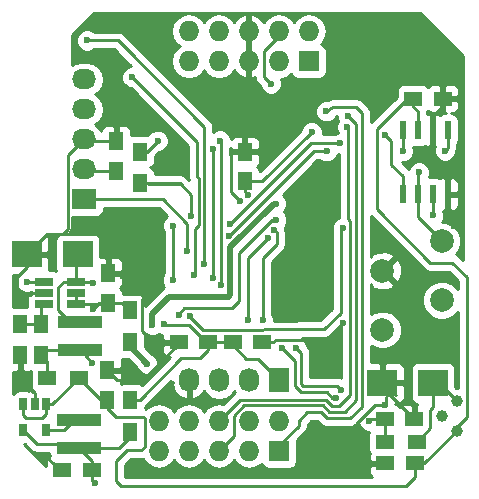
<source format=gtl>
G04 #@! TF.FileFunction,Copper,L1,Top,Signal*
%FSLAX46Y46*%
G04 Gerber Fmt 4.6, Leading zero omitted, Abs format (unit mm)*
G04 Created by KiCad (PCBNEW 4.0.7) date 05/10/18 10:09:07*
%MOMM*%
%LPD*%
G01*
G04 APERTURE LIST*
%ADD10C,0.200000*%
%ADD11R,1.727200X2.032000*%
%ADD12O,1.727200X2.032000*%
%ADD13R,1.727200X1.727200*%
%ADD14O,1.727200X1.727200*%
%ADD15R,1.250000X1.500000*%
%ADD16R,1.500000X1.250000*%
%ADD17R,0.600000X1.550000*%
%ADD18R,2.032000X1.727200*%
%ADD19O,2.032000X1.727200*%
%ADD20R,1.300000X1.500000*%
%ADD21R,1.560000X0.650000*%
%ADD22R,0.650000X1.060000*%
%ADD23C,1.000760*%
%ADD24R,3.700000X0.980000*%
%ADD25C,2.000000*%
%ADD26R,1.500000X1.300000*%
%ADD27R,2.500000X2.300000*%
%ADD28C,0.600000*%
%ADD29C,0.250000*%
%ADD30C,0.500000*%
%ADD31C,0.254000*%
G04 APERTURE END LIST*
D10*
D11*
X109250000Y-96750000D03*
D12*
X106710000Y-96750000D03*
X104170000Y-96750000D03*
X101630000Y-96750000D03*
D13*
X111750000Y-69750000D03*
D14*
X111750000Y-67210000D03*
X109210000Y-69750000D03*
X109210000Y-67210000D03*
X106670000Y-69750000D03*
X106670000Y-67210000D03*
X104130000Y-69750000D03*
X104130000Y-67210000D03*
X101590000Y-69750000D03*
X101590000Y-67210000D03*
D15*
X95440000Y-79010000D03*
X95440000Y-76510000D03*
D16*
X103230000Y-93540000D03*
X100730000Y-93540000D03*
X105310000Y-93540000D03*
X107810000Y-93540000D03*
D17*
X123525000Y-75600000D03*
X122255000Y-75600000D03*
X120985000Y-75600000D03*
X119715000Y-75600000D03*
X119715000Y-81000000D03*
X120985000Y-81000000D03*
X122255000Y-81000000D03*
X123525000Y-81000000D03*
D15*
X106340000Y-79930000D03*
X106340000Y-77430000D03*
D16*
X120590000Y-72920000D03*
X123090000Y-72920000D03*
X120750000Y-103810000D03*
X118250000Y-103810000D03*
D15*
X94767400Y-90200800D03*
X94767400Y-87700800D03*
X94716600Y-98405000D03*
X94716600Y-95905000D03*
D16*
X93401200Y-104394000D03*
X90901200Y-104394000D03*
D13*
X109250000Y-102750000D03*
D14*
X109250000Y-100210000D03*
X106710000Y-102750000D03*
X106710000Y-100210000D03*
X104170000Y-102750000D03*
X104170000Y-100210000D03*
X101630000Y-102750000D03*
X101630000Y-100210000D03*
X99090000Y-102750000D03*
X99090000Y-100210000D03*
D18*
X92740000Y-81460000D03*
D19*
X92740000Y-78920000D03*
X92740000Y-76380000D03*
X92740000Y-73840000D03*
X92740000Y-71300000D03*
D20*
X97460000Y-80100000D03*
X97460000Y-77400000D03*
X89077800Y-94669600D03*
X89077800Y-91969600D03*
X87350600Y-91969600D03*
X87350600Y-94669600D03*
D21*
X89328000Y-88432600D03*
X89328000Y-89382600D03*
X89328000Y-90332600D03*
X92028000Y-90332600D03*
X92028000Y-88432600D03*
X92028000Y-89382600D03*
D22*
X89494400Y-98798200D03*
X88544400Y-98798200D03*
X87594400Y-98798200D03*
X87594400Y-100998200D03*
X89494400Y-100998200D03*
D23*
X123010000Y-99790000D03*
X124280000Y-101060000D03*
X124280000Y-98520000D03*
D24*
X92379800Y-91829800D03*
X92379800Y-94199800D03*
X92278200Y-100110200D03*
X92278200Y-102480200D03*
D25*
X123000000Y-90000000D03*
X118000000Y-92500000D03*
X123000000Y-85000000D03*
X118000000Y-87500000D03*
D20*
X96596200Y-90852000D03*
X96596200Y-93552000D03*
D26*
X92307400Y-96545400D03*
X89607400Y-96545400D03*
D16*
X118180800Y-100025200D03*
X120680800Y-100025200D03*
D20*
X96621600Y-98421200D03*
X96621600Y-101121200D03*
D26*
X118182400Y-101955600D03*
X120882400Y-101955600D03*
D27*
X92200000Y-86100000D03*
X87900000Y-86100000D03*
X117980000Y-96990000D03*
X122280000Y-96990000D03*
D28*
X105080000Y-83550000D03*
X123290000Y-77340000D03*
X114440000Y-76710000D03*
X112880000Y-84580000D03*
X89357200Y-103073200D03*
X96012000Y-87909400D03*
X122750000Y-69500000D03*
X124050000Y-83740000D03*
X118211600Y-98856800D03*
X116410000Y-104000000D03*
X98730000Y-89450000D03*
X110190000Y-73990000D03*
X105920000Y-81610000D03*
X96240000Y-71930000D03*
X114650000Y-91900000D03*
X87376000Y-96672400D03*
X105000000Y-84540000D03*
X119710000Y-77380000D03*
X113280000Y-77380000D03*
X121100000Y-79175000D03*
X122310000Y-82800000D03*
X101460000Y-85800000D03*
X99466400Y-91973400D03*
X118250000Y-76000000D03*
X112000000Y-75750000D03*
X100230000Y-88300000D03*
X100280000Y-83670000D03*
X106640000Y-81080000D03*
X93522800Y-88493600D03*
X87884000Y-88442800D03*
X98980000Y-76490000D03*
X108550000Y-71670000D03*
X113250000Y-74000000D03*
X108966000Y-81813400D03*
X98475800Y-92100400D03*
X98069400Y-95351600D03*
X115100000Y-74410000D03*
X115020000Y-75320000D03*
X102850000Y-86950000D03*
X93000000Y-68000000D03*
X96810000Y-71130000D03*
X102050000Y-87820000D03*
X104240000Y-76470000D03*
X104320000Y-88660000D03*
X103630000Y-88150000D03*
X103670000Y-77150000D03*
X101810000Y-82870000D03*
X101700000Y-91360000D03*
X114640000Y-83880000D03*
X109016800Y-83185000D03*
X100761800Y-91262200D03*
X108850000Y-84050000D03*
X107860000Y-91670000D03*
X106620000Y-91670000D03*
X108330000Y-84690000D03*
X93446600Y-95275400D03*
X93472000Y-90728800D03*
X93624400Y-105486200D03*
X114046000Y-98272600D03*
X109524800Y-94030800D03*
X116890800Y-100203000D03*
X110642400Y-94005400D03*
X114528600Y-97612200D03*
D29*
X114440000Y-76710000D02*
X111930000Y-76710000D01*
X110930000Y-77710000D02*
X110930000Y-77700000D01*
X111930000Y-76710000D02*
X110930000Y-77710000D01*
X105080000Y-83550000D02*
X110930000Y-77700000D01*
X123525000Y-77105000D02*
X123525000Y-75600000D01*
X123290000Y-77340000D02*
X123525000Y-77105000D01*
X112877600Y-84582000D02*
X112878000Y-84582000D01*
X112878000Y-84582000D02*
X112880000Y-84580000D01*
X98560000Y-93540000D02*
X98543800Y-93540000D01*
X97612200Y-89890600D02*
X98052800Y-89450000D01*
X97612200Y-92608400D02*
X97612200Y-89890600D01*
X98543800Y-93540000D02*
X97612200Y-92608400D01*
X116600000Y-103810000D02*
X118250000Y-103810000D01*
X116410000Y-104000000D02*
X116600000Y-103810000D01*
X90932000Y-84404200D02*
X90957400Y-84404200D01*
X91389200Y-77730800D02*
X92740000Y-76380000D01*
X91389200Y-83972400D02*
X91389200Y-77730800D01*
X90957400Y-84404200D02*
X91389200Y-83972400D01*
X87900000Y-86100000D02*
X87900000Y-87156800D01*
X87900000Y-87156800D02*
X87045800Y-88011000D01*
X87198200Y-89382600D02*
X89328000Y-89382600D01*
X87045800Y-89230200D02*
X87198200Y-89382600D01*
X87045800Y-88011000D02*
X87045800Y-89230200D01*
X100730000Y-93540000D02*
X100730000Y-93681600D01*
X100730000Y-93681600D02*
X97663000Y-96748600D01*
X95560200Y-96748600D02*
X94716600Y-95905000D01*
X97663000Y-96748600D02*
X95560200Y-96748600D01*
X90799600Y-103886000D02*
X90170000Y-103886000D01*
X90170000Y-103886000D02*
X89357200Y-103073200D01*
X88544400Y-98798200D02*
X88544400Y-97840800D01*
X88544400Y-97840800D02*
X87376000Y-96672400D01*
X94767400Y-87700800D02*
X95803400Y-87700800D01*
X95803400Y-87700800D02*
X96012000Y-87909400D01*
X87350600Y-96647000D02*
X87350600Y-94669600D01*
X87376000Y-96672400D02*
X87350600Y-96647000D01*
X87400000Y-95295600D02*
X87426800Y-95322400D01*
X98730000Y-89450000D02*
X98052800Y-89450000D01*
X98052800Y-89450000D02*
X96257200Y-89450000D01*
X96257200Y-89450000D02*
X96012000Y-89204800D01*
X96012000Y-89204800D02*
X96012000Y-87909400D01*
X96257200Y-89450000D02*
X96062800Y-89255600D01*
X96062800Y-89255600D02*
X96062800Y-85547200D01*
X89595800Y-84404200D02*
X87900000Y-86100000D01*
X94919800Y-84404200D02*
X90932000Y-84404200D01*
X90932000Y-84404200D02*
X89595800Y-84404200D01*
X96062800Y-85547200D02*
X94919800Y-84404200D01*
X87900000Y-86100000D02*
X88550400Y-86100000D01*
X116410000Y-104000000D02*
X116410000Y-101881200D01*
X117348000Y-98856800D02*
X118211600Y-98856800D01*
X115773200Y-100431600D02*
X117348000Y-98856800D01*
X115773200Y-101244400D02*
X115773200Y-100431600D01*
X116410000Y-101881200D02*
X115773200Y-101244400D01*
X117980000Y-96990000D02*
X117980000Y-97324400D01*
X117980000Y-97324400D02*
X120680800Y-100025200D01*
X123090000Y-72920000D02*
X123090000Y-69840000D01*
X123090000Y-69840000D02*
X122750000Y-69500000D01*
X123525000Y-83215000D02*
X123525000Y-81000000D01*
X124050000Y-83740000D02*
X123525000Y-83215000D01*
X118211600Y-98856800D02*
X118560000Y-96990000D01*
X118560000Y-96990000D02*
X117981160Y-96990000D01*
X106670000Y-69750000D02*
X106670000Y-72100000D01*
X108560000Y-73990000D02*
X110190000Y-73990000D01*
X106670000Y-72100000D02*
X108560000Y-73990000D01*
X95440000Y-76510000D02*
X95440000Y-72730000D01*
X95440000Y-72730000D02*
X96240000Y-71930000D01*
X118270000Y-103790000D02*
X118250000Y-103810000D01*
X107810000Y-93540000D02*
X108770000Y-93540000D01*
X108770000Y-93540000D02*
X108990000Y-93320000D01*
X100730000Y-93540000D02*
X98560000Y-93540000D01*
X119140000Y-98010000D02*
X118250000Y-97120000D01*
X106340000Y-77430000D02*
X108840000Y-77430000D01*
X110190000Y-76080000D02*
X110190000Y-73990000D01*
X108840000Y-77430000D02*
X110190000Y-76080000D01*
X123090000Y-71920000D02*
X123090000Y-72920000D01*
X110190000Y-73990000D02*
X111790000Y-72390000D01*
X111790000Y-72390000D02*
X116700000Y-72390000D01*
X116700000Y-72390000D02*
X118300000Y-70790000D01*
X118300000Y-70790000D02*
X121960000Y-70790000D01*
X121960000Y-70790000D02*
X123090000Y-71920000D01*
X95440000Y-76510000D02*
X92870000Y-76510000D01*
X92870000Y-76510000D02*
X92740000Y-76380000D01*
X106340000Y-77430000D02*
X105330000Y-77430000D01*
X105160000Y-80850000D02*
X105920000Y-81610000D01*
X105160000Y-77600000D02*
X105160000Y-80850000D01*
X105330000Y-77430000D02*
X105160000Y-77600000D01*
X123090000Y-72920000D02*
X123090000Y-73510000D01*
X123090000Y-73510000D02*
X122255000Y-74345000D01*
X122255000Y-74345000D02*
X122255000Y-75600000D01*
X122255000Y-75600000D02*
X122255000Y-77945000D01*
X123525000Y-79215000D02*
X123525000Y-81000000D01*
X122255000Y-77945000D02*
X123525000Y-79215000D01*
X87400000Y-86601160D02*
X87901160Y-86100000D01*
X113230000Y-93320000D02*
X108990000Y-93320000D01*
X114650000Y-91900000D02*
X113230000Y-93320000D01*
X120750000Y-103810000D02*
X120750000Y-104954400D01*
X95478600Y-105283000D02*
X95478600Y-103962200D01*
X95885000Y-105689400D02*
X95478600Y-105283000D01*
X120015000Y-105689400D02*
X95885000Y-105689400D01*
X120750000Y-104954400D02*
X120015000Y-105689400D01*
X120750000Y-103810000D02*
X120750000Y-104268600D01*
X97561400Y-102692200D02*
X97866200Y-102387400D01*
X97866200Y-99974400D02*
X97866200Y-102387400D01*
X97764600Y-99872800D02*
X97866200Y-99974400D01*
X95478600Y-99872800D02*
X97764600Y-99872800D01*
X94716600Y-99110800D02*
X95478600Y-99872800D01*
X95478600Y-103962200D02*
X95478600Y-103606600D01*
X95478600Y-103606600D02*
X96393000Y-102692200D01*
X96393000Y-102692200D02*
X97561400Y-102692200D01*
X125125000Y-95080000D02*
X125125000Y-88015600D01*
X117500400Y-75514200D02*
X120094600Y-72920000D01*
X117500400Y-82296000D02*
X117500400Y-75514200D01*
X122021600Y-86817200D02*
X117500400Y-82296000D01*
X123926600Y-86817200D02*
X122021600Y-86817200D01*
X125125000Y-88015600D02*
X123926600Y-86817200D01*
X120094600Y-72920000D02*
X120590000Y-72920000D01*
X94716600Y-98405000D02*
X94167000Y-98405000D01*
X94167000Y-98405000D02*
X92307400Y-96545400D01*
X94716600Y-98405000D02*
X94716600Y-99110800D01*
X89494400Y-98798200D02*
X90054600Y-98798200D01*
X90054600Y-98798200D02*
X92307400Y-96545400D01*
X87594400Y-98798200D02*
X87594400Y-99710200D01*
X89494400Y-99583200D02*
X89494400Y-98798200D01*
X89154000Y-99923600D02*
X89494400Y-99583200D01*
X87807800Y-99923600D02*
X89154000Y-99923600D01*
X87594400Y-99710200D02*
X87807800Y-99923600D01*
X120750000Y-103810000D02*
X121530000Y-103810000D01*
X121530000Y-103810000D02*
X124280000Y-101060000D01*
X120750000Y-103810000D02*
X120750000Y-104270000D01*
X124280000Y-101060000D02*
X124280000Y-101410000D01*
X124280000Y-101060000D02*
X124280000Y-100695000D01*
X124280000Y-100695000D02*
X125125000Y-99850000D01*
X125125000Y-99850000D02*
X125125000Y-95080000D01*
X124280000Y-101060000D02*
X124280000Y-100990000D01*
X120590000Y-72920000D02*
X120590000Y-73610000D01*
X120985000Y-74005000D02*
X120985000Y-75600000D01*
X120590000Y-73610000D02*
X120985000Y-74005000D01*
X113280000Y-77380000D02*
X112160000Y-77380000D01*
X112160000Y-77380000D02*
X105000000Y-84540000D01*
X119715000Y-77375000D02*
X119715000Y-75600000D01*
X119710000Y-77380000D02*
X119715000Y-77375000D01*
X120985000Y-81000000D02*
X120985000Y-82985000D01*
X120985000Y-82985000D02*
X123000000Y-85000000D01*
X120985000Y-79290000D02*
X120985000Y-81000000D01*
X121100000Y-79175000D02*
X120985000Y-79290000D01*
X122255000Y-82745000D02*
X122255000Y-81000000D01*
X122310000Y-82800000D02*
X122255000Y-82745000D01*
X101460000Y-85800000D02*
X101460000Y-83520000D01*
X99400000Y-81460000D02*
X92740000Y-81460000D01*
X101460000Y-83520000D02*
X99400000Y-81460000D01*
X96621600Y-98421200D02*
X97438200Y-98421200D01*
X103230000Y-94204200D02*
X103230000Y-93540000D01*
X102514400Y-94919800D02*
X103230000Y-94204200D01*
X100939600Y-94919800D02*
X102514400Y-94919800D01*
X97438200Y-98421200D02*
X100939600Y-94919800D01*
X103230000Y-93540000D02*
X103039600Y-93540000D01*
X103039600Y-93540000D02*
X101625400Y-92125800D01*
X99466400Y-92049600D02*
X99466400Y-91973400D01*
X99644200Y-92125800D02*
X99466400Y-92049600D01*
X101625400Y-92125800D02*
X99644200Y-92125800D01*
X102895400Y-93874600D02*
X103230000Y-93540000D01*
X106340000Y-79930000D02*
X107820000Y-79930000D01*
X119715000Y-79465000D02*
X119715000Y-81000000D01*
X118750000Y-78500000D02*
X119715000Y-79465000D01*
X118750000Y-76500000D02*
X118750000Y-78500000D01*
X118250000Y-76000000D02*
X118750000Y-76500000D01*
X107820000Y-79930000D02*
X112000000Y-75750000D01*
X105310000Y-93540000D02*
X105310000Y-93820000D01*
X105310000Y-93820000D02*
X106470000Y-94980000D01*
X107480000Y-94980000D02*
X109250000Y-96750000D01*
X106470000Y-94980000D02*
X107480000Y-94980000D01*
X105310000Y-93540000D02*
X103230000Y-93540000D01*
X105460000Y-93900000D02*
X105260000Y-93900000D01*
X105250000Y-93910000D02*
X105260000Y-93900000D01*
X105260000Y-93900000D02*
X105260000Y-93080000D01*
X100250000Y-88280000D02*
X100230000Y-88300000D01*
X100250000Y-83700000D02*
X100250000Y-88280000D01*
X100280000Y-83670000D02*
X100250000Y-83700000D01*
X95440000Y-79010000D02*
X92830000Y-79010000D01*
X92830000Y-79010000D02*
X92740000Y-78920000D01*
X106340000Y-79930000D02*
X106340000Y-80780000D01*
X106340000Y-80780000D02*
X106640000Y-81080000D01*
X92379800Y-91829800D02*
X91525000Y-91829800D01*
X91525000Y-91829800D02*
X90525600Y-90830400D01*
X90993000Y-88432600D02*
X92028000Y-88432600D01*
X90525600Y-88900000D02*
X90993000Y-88432600D01*
X90525600Y-90830400D02*
X90525600Y-88900000D01*
X92028000Y-88432600D02*
X93461800Y-88432600D01*
X93461800Y-88432600D02*
X93522800Y-88493600D01*
X91474200Y-91829800D02*
X92379800Y-91829800D01*
X92028000Y-88432600D02*
X92028000Y-86272000D01*
X92028000Y-86272000D02*
X92200000Y-86100000D01*
X92200000Y-86100000D02*
X93085000Y-86100000D01*
X93853000Y-91922600D02*
X93590200Y-92185400D01*
X93590200Y-92185400D02*
X90678000Y-92185400D01*
X92028000Y-86272000D02*
X92200000Y-86100000D01*
X92200000Y-86100000D02*
X92856400Y-86100000D01*
X87894200Y-88432600D02*
X89328000Y-88432600D01*
X87884000Y-88442800D02*
X87894200Y-88432600D01*
X89328000Y-88432600D02*
X89328000Y-88218000D01*
X98980000Y-76490000D02*
X98070000Y-77400000D01*
X98070000Y-77400000D02*
X97460000Y-77400000D01*
X89494400Y-100998200D02*
X91009200Y-100998200D01*
X91009200Y-100998200D02*
X92252800Y-99754600D01*
X111960000Y-67210000D02*
X111630000Y-67210000D01*
X109210000Y-67210000D02*
X109210000Y-67590000D01*
X109210000Y-67590000D02*
X107930000Y-68870000D01*
X107930000Y-68870000D02*
X107930000Y-71050000D01*
X107930000Y-71050000D02*
X108550000Y-71670000D01*
X109250000Y-102750000D02*
X109250000Y-102255800D01*
X109250000Y-102255800D02*
X110896400Y-100609400D01*
X113284000Y-99974400D02*
X115285970Y-99974400D01*
X112801400Y-99491800D02*
X113284000Y-99974400D01*
X111607600Y-99491800D02*
X112801400Y-99491800D01*
X110896400Y-100203000D02*
X111607600Y-99491800D01*
X110896400Y-100609400D02*
X110896400Y-100203000D01*
X109500000Y-103000000D02*
X109250000Y-102750000D01*
X116254470Y-99033989D02*
X115285970Y-99974400D01*
X116280000Y-74140000D02*
X116254470Y-99033989D01*
X115770000Y-73630000D02*
X116280000Y-74140000D01*
X113800000Y-73630000D02*
X115770000Y-73630000D01*
X113250000Y-74000000D02*
X113800000Y-73630000D01*
D30*
X98475800Y-92100400D02*
X98475800Y-91135200D01*
X98475800Y-91135200D02*
X99923600Y-89687400D01*
X108966000Y-81813400D02*
X108788200Y-81813400D01*
X108788200Y-81813400D02*
X105079800Y-85521800D01*
X105079800Y-88696800D02*
X105079800Y-89585800D01*
X105079800Y-85521800D02*
X105079800Y-88696800D01*
D29*
X105079800Y-89585800D02*
X104978200Y-89687400D01*
D30*
X104978200Y-89687400D02*
X99923600Y-89687400D01*
D29*
X96596200Y-93552000D02*
X96596200Y-93878400D01*
D30*
X96596200Y-93878400D02*
X98069400Y-95351600D01*
D29*
X106920000Y-103000000D02*
X107050000Y-103000000D01*
X106920000Y-103000000D02*
X106920000Y-102910000D01*
X106920000Y-100460000D02*
X106920000Y-100040000D01*
X104170000Y-102750000D02*
X105420000Y-101500000D01*
X105420000Y-101500000D02*
X105420000Y-99761200D01*
X113512600Y-99415600D02*
X114784400Y-99415600D01*
X112979200Y-98882200D02*
X113512600Y-99415600D01*
X106299000Y-98882200D02*
X112979200Y-98882200D01*
X105420000Y-99761200D02*
X106299000Y-98882200D01*
X115790000Y-98410000D02*
X114784400Y-99415600D01*
X115790000Y-75100000D02*
X115790000Y-98410000D01*
X115100000Y-74410000D02*
X115790000Y-75100000D01*
X104170000Y-100210000D02*
X104170000Y-100198400D01*
X104170000Y-100198400D02*
X105968800Y-98399600D01*
X113233200Y-98399600D02*
X113743600Y-98910000D01*
X105968800Y-98399600D02*
X113233200Y-98399600D01*
X113743600Y-98910000D02*
X114348400Y-98910000D01*
X115280000Y-97978400D02*
X115280000Y-83270000D01*
X114348400Y-98910000D02*
X115280000Y-97978400D01*
X115100000Y-83090000D02*
X115280000Y-83270000D01*
X115100000Y-75400000D02*
X115100000Y-83090000D01*
X115020000Y-75320000D02*
X115100000Y-75400000D01*
X93000000Y-68000000D02*
X95590000Y-68000000D01*
X96160000Y-68570000D02*
X96160000Y-68580000D01*
X95590000Y-68000000D02*
X96160000Y-68570000D01*
X102910000Y-75330000D02*
X96160000Y-68580000D01*
X102910000Y-86890000D02*
X102910000Y-75330000D01*
X102850000Y-86950000D02*
X102910000Y-86890000D01*
X96824167Y-71104167D02*
X96810000Y-71130000D01*
X102310000Y-76590000D02*
X96824167Y-71104167D01*
X102310000Y-79520002D02*
X102310000Y-76590000D01*
X102459998Y-79670000D02*
X102310000Y-79520002D01*
X102459998Y-83650002D02*
X102459998Y-79670000D01*
X102130000Y-83980000D02*
X102459998Y-83650002D01*
X102130000Y-87740000D02*
X102130000Y-83980000D01*
X102050000Y-87820000D02*
X102130000Y-87740000D01*
X104240000Y-76470000D02*
X104320000Y-76550000D01*
X104320000Y-76550000D02*
X104320000Y-88660000D01*
X103630000Y-77190000D02*
X103630000Y-88150000D01*
X103670000Y-77150000D02*
X103630000Y-77190000D01*
X101810000Y-82870000D02*
X101810000Y-81070000D01*
X101810000Y-81070000D02*
X100840000Y-80100000D01*
X100840000Y-80100000D02*
X97460000Y-80100000D01*
X98110000Y-80180000D02*
X100920000Y-80180000D01*
X100920000Y-80180000D02*
X101810000Y-81070000D01*
X89077800Y-91969600D02*
X89077800Y-90582800D01*
X89077800Y-90582800D02*
X89328000Y-90332600D01*
X87350600Y-91969600D02*
X89077800Y-91969600D01*
X101700000Y-91360000D02*
X101700000Y-91370000D01*
X101700000Y-91370000D02*
X102840782Y-92510782D01*
X102840782Y-92510782D02*
X113053661Y-92446802D01*
X113053661Y-92446802D02*
X114479998Y-91084330D01*
X114479998Y-91084330D02*
X114479998Y-83719998D01*
X114479998Y-83719998D02*
X114640000Y-83880000D01*
X109016800Y-83185000D02*
X108686600Y-83185000D01*
X108686600Y-83185000D02*
X105860000Y-86011600D01*
X100761800Y-91262200D02*
X100761800Y-91135200D01*
X105860000Y-90050200D02*
X105860000Y-89200000D01*
X105232200Y-90678000D02*
X105860000Y-90050200D01*
X101219000Y-90678000D02*
X105232200Y-90678000D01*
X100761800Y-91135200D02*
X101219000Y-90678000D01*
X105860000Y-86011600D02*
X105860000Y-89200000D01*
X107860000Y-91670000D02*
X107860000Y-86424600D01*
X107860000Y-86424600D02*
X109040000Y-85244600D01*
X109040000Y-84240000D02*
X109040000Y-85244600D01*
X108850000Y-84050000D02*
X109040000Y-84240000D01*
X106620000Y-91670000D02*
X106620000Y-86400000D01*
X106620000Y-86400000D02*
X108330000Y-84690000D01*
X93446600Y-95275400D02*
X92447200Y-94199800D01*
X92447200Y-94199800D02*
X92379800Y-94199800D01*
X89607400Y-96545400D02*
X89607400Y-95199200D01*
X89607400Y-95199200D02*
X89077800Y-94669600D01*
X92379800Y-94199800D02*
X89547600Y-94199800D01*
X89547600Y-94199800D02*
X89077800Y-94669600D01*
X94000000Y-90200800D02*
X94767400Y-90200800D01*
X93472000Y-90728800D02*
X94000000Y-90200800D01*
X94767400Y-90200800D02*
X95945000Y-90200800D01*
X95945000Y-90200800D02*
X96596200Y-90852000D01*
X92028000Y-90332600D02*
X94635600Y-90332600D01*
X94635600Y-90332600D02*
X94767400Y-90200800D01*
X94635600Y-90332600D02*
X94767400Y-90200800D01*
X92028000Y-89382600D02*
X92028000Y-90332600D01*
X93401200Y-105263000D02*
X93401200Y-104394000D01*
X93624400Y-105486200D02*
X93401200Y-105263000D01*
X93401200Y-104394000D02*
X93401200Y-103603200D01*
X93401200Y-103603200D02*
X92278200Y-102480200D01*
X96621600Y-101121200D02*
X96621600Y-101549200D01*
X96621600Y-101549200D02*
X95690600Y-102480200D01*
X95690600Y-102480200D02*
X92278200Y-102480200D01*
X92824200Y-102696000D02*
X92252800Y-102124600D01*
X92252800Y-102124600D02*
X92960600Y-102124600D01*
X92252800Y-102124600D02*
X88720800Y-102124600D01*
X88720800Y-102124600D02*
X87594400Y-100998200D01*
X122280000Y-96990000D02*
X122280000Y-99004800D01*
X122021600Y-100816400D02*
X120882400Y-101955600D01*
X122021600Y-99263200D02*
X122021600Y-100816400D01*
X122280000Y-99004800D02*
X122021600Y-99263200D01*
X122278840Y-96990000D02*
X122750000Y-96990000D01*
X122750000Y-96990000D02*
X124280000Y-98520000D01*
X123990000Y-98230000D02*
X124280000Y-98520000D01*
X123010000Y-99790000D02*
X122960000Y-99790000D01*
X114046000Y-98272600D02*
X113766600Y-98272600D01*
X113766600Y-98272600D02*
X113284000Y-97790000D01*
X110591600Y-95097600D02*
X109524800Y-94030800D01*
X110591600Y-97282000D02*
X110591600Y-95097600D01*
X111099600Y-97790000D02*
X110591600Y-97282000D01*
X113284000Y-97790000D02*
X111099600Y-97790000D01*
X114528600Y-97612200D02*
X114528600Y-97586800D01*
X111125000Y-94488000D02*
X110642400Y-94005400D01*
X111125000Y-97060598D02*
X111125000Y-94488000D01*
X111295602Y-97231200D02*
X111125000Y-97060598D01*
X114173000Y-97231200D02*
X111295602Y-97231200D01*
X114528600Y-97586800D02*
X114173000Y-97231200D01*
X117068600Y-100025200D02*
X118180800Y-100025200D01*
X116890800Y-100203000D02*
X117068600Y-100025200D01*
X118180800Y-100025200D02*
X117703600Y-100025200D01*
X118180800Y-100025200D02*
X118180800Y-101954000D01*
X118180800Y-101954000D02*
X118182400Y-101955600D01*
X117981160Y-101491160D02*
X118270000Y-101780000D01*
D31*
G36*
X112746599Y-100511801D02*
X112993160Y-100676548D01*
X113028613Y-100683600D01*
X113284000Y-100734400D01*
X115285970Y-100734400D01*
X115426008Y-100706545D01*
X115566447Y-100680751D01*
X115571226Y-100677659D01*
X115576809Y-100676548D01*
X115695521Y-100597228D01*
X115815406Y-100519650D01*
X115955642Y-100383481D01*
X115955638Y-100388167D01*
X116097683Y-100731943D01*
X116360473Y-100995192D01*
X116704001Y-101137838D01*
X116818912Y-101137938D01*
X116784960Y-101305600D01*
X116784960Y-102605600D01*
X116829238Y-102840917D01*
X116905874Y-102960012D01*
X116865000Y-103058690D01*
X116865000Y-103524250D01*
X117023750Y-103683000D01*
X118123000Y-103683000D01*
X118123000Y-103663000D01*
X118377000Y-103663000D01*
X118377000Y-103683000D01*
X118397000Y-103683000D01*
X118397000Y-103937000D01*
X118377000Y-103937000D01*
X118377000Y-103957000D01*
X118123000Y-103957000D01*
X118123000Y-103937000D01*
X117023750Y-103937000D01*
X116865000Y-104095750D01*
X116865000Y-104561310D01*
X116961673Y-104794699D01*
X117096375Y-104929400D01*
X96238600Y-104929400D01*
X96238600Y-103921402D01*
X96707802Y-103452200D01*
X97561400Y-103452200D01*
X97738569Y-103416959D01*
X98000971Y-103809670D01*
X98487152Y-104134526D01*
X99060641Y-104248600D01*
X99119359Y-104248600D01*
X99692848Y-104134526D01*
X100179029Y-103809670D01*
X100360000Y-103538828D01*
X100540971Y-103809670D01*
X101027152Y-104134526D01*
X101600641Y-104248600D01*
X101659359Y-104248600D01*
X102232848Y-104134526D01*
X102719029Y-103809670D01*
X102900000Y-103538828D01*
X103080971Y-103809670D01*
X103567152Y-104134526D01*
X104140641Y-104248600D01*
X104199359Y-104248600D01*
X104772848Y-104134526D01*
X105259029Y-103809670D01*
X105440000Y-103538828D01*
X105620971Y-103809670D01*
X106107152Y-104134526D01*
X106680641Y-104248600D01*
X106739359Y-104248600D01*
X107312848Y-104134526D01*
X107778442Y-103823426D01*
X107783238Y-103848917D01*
X107922310Y-104065041D01*
X108134510Y-104210031D01*
X108386400Y-104261040D01*
X110113600Y-104261040D01*
X110348917Y-104216762D01*
X110565041Y-104077690D01*
X110710031Y-103865490D01*
X110761040Y-103613600D01*
X110761040Y-101886400D01*
X110750455Y-101830147D01*
X111433801Y-101146801D01*
X111598548Y-100900240D01*
X111656400Y-100609400D01*
X111656400Y-100517802D01*
X111922402Y-100251800D01*
X112486598Y-100251800D01*
X112746599Y-100511801D01*
X112746599Y-100511801D01*
G37*
X112746599Y-100511801D02*
X112993160Y-100676548D01*
X113028613Y-100683600D01*
X113284000Y-100734400D01*
X115285970Y-100734400D01*
X115426008Y-100706545D01*
X115566447Y-100680751D01*
X115571226Y-100677659D01*
X115576809Y-100676548D01*
X115695521Y-100597228D01*
X115815406Y-100519650D01*
X115955642Y-100383481D01*
X115955638Y-100388167D01*
X116097683Y-100731943D01*
X116360473Y-100995192D01*
X116704001Y-101137838D01*
X116818912Y-101137938D01*
X116784960Y-101305600D01*
X116784960Y-102605600D01*
X116829238Y-102840917D01*
X116905874Y-102960012D01*
X116865000Y-103058690D01*
X116865000Y-103524250D01*
X117023750Y-103683000D01*
X118123000Y-103683000D01*
X118123000Y-103663000D01*
X118377000Y-103663000D01*
X118377000Y-103683000D01*
X118397000Y-103683000D01*
X118397000Y-103937000D01*
X118377000Y-103937000D01*
X118377000Y-103957000D01*
X118123000Y-103957000D01*
X118123000Y-103937000D01*
X117023750Y-103937000D01*
X116865000Y-104095750D01*
X116865000Y-104561310D01*
X116961673Y-104794699D01*
X117096375Y-104929400D01*
X96238600Y-104929400D01*
X96238600Y-103921402D01*
X96707802Y-103452200D01*
X97561400Y-103452200D01*
X97738569Y-103416959D01*
X98000971Y-103809670D01*
X98487152Y-104134526D01*
X99060641Y-104248600D01*
X99119359Y-104248600D01*
X99692848Y-104134526D01*
X100179029Y-103809670D01*
X100360000Y-103538828D01*
X100540971Y-103809670D01*
X101027152Y-104134526D01*
X101600641Y-104248600D01*
X101659359Y-104248600D01*
X102232848Y-104134526D01*
X102719029Y-103809670D01*
X102900000Y-103538828D01*
X103080971Y-103809670D01*
X103567152Y-104134526D01*
X104140641Y-104248600D01*
X104199359Y-104248600D01*
X104772848Y-104134526D01*
X105259029Y-103809670D01*
X105440000Y-103538828D01*
X105620971Y-103809670D01*
X106107152Y-104134526D01*
X106680641Y-104248600D01*
X106739359Y-104248600D01*
X107312848Y-104134526D01*
X107778442Y-103823426D01*
X107783238Y-103848917D01*
X107922310Y-104065041D01*
X108134510Y-104210031D01*
X108386400Y-104261040D01*
X110113600Y-104261040D01*
X110348917Y-104216762D01*
X110565041Y-104077690D01*
X110710031Y-103865490D01*
X110761040Y-103613600D01*
X110761040Y-101886400D01*
X110750455Y-101830147D01*
X111433801Y-101146801D01*
X111598548Y-100900240D01*
X111656400Y-100609400D01*
X111656400Y-100517802D01*
X111922402Y-100251800D01*
X112486598Y-100251800D01*
X112746599Y-100511801D01*
G36*
X91028200Y-104267000D02*
X91048200Y-104267000D01*
X91048200Y-104521000D01*
X91028200Y-104521000D01*
X91028200Y-104541000D01*
X90774200Y-104541000D01*
X90774200Y-104521000D01*
X90754200Y-104521000D01*
X90754200Y-104267000D01*
X90774200Y-104267000D01*
X90774200Y-104247000D01*
X91028200Y-104247000D01*
X91028200Y-104267000D01*
X91028200Y-104267000D01*
G37*
X91028200Y-104267000D02*
X91048200Y-104267000D01*
X91048200Y-104521000D01*
X91028200Y-104521000D01*
X91028200Y-104541000D01*
X90774200Y-104541000D01*
X90774200Y-104521000D01*
X90754200Y-104521000D01*
X90754200Y-104267000D01*
X90774200Y-104267000D01*
X90774200Y-104247000D01*
X91028200Y-104247000D01*
X91028200Y-104267000D01*
G36*
X88183399Y-102662001D02*
X88429961Y-102826748D01*
X88720800Y-102884600D01*
X89780760Y-102884600D01*
X89780760Y-102970200D01*
X89825038Y-103205517D01*
X89830761Y-103214411D01*
X89791502Y-103230673D01*
X89612873Y-103409301D01*
X89516200Y-103642690D01*
X89516200Y-104012108D01*
X87679732Y-102175640D01*
X87697038Y-102175640D01*
X88183399Y-102662001D01*
X88183399Y-102662001D01*
G37*
X88183399Y-102662001D02*
X88429961Y-102826748D01*
X88720800Y-102884600D01*
X89780760Y-102884600D01*
X89780760Y-102970200D01*
X89825038Y-103205517D01*
X89830761Y-103214411D01*
X89791502Y-103230673D01*
X89612873Y-103409301D01*
X89516200Y-103642690D01*
X89516200Y-104012108D01*
X87679732Y-102175640D01*
X87697038Y-102175640D01*
X88183399Y-102662001D01*
G36*
X121484199Y-87354601D02*
X121730760Y-87519348D01*
X122021600Y-87577200D01*
X123611798Y-87577200D01*
X124365000Y-88330402D01*
X124365000Y-89053125D01*
X123927363Y-88614722D01*
X123326648Y-88365284D01*
X122676205Y-88364716D01*
X122075057Y-88613106D01*
X121614722Y-89072637D01*
X121365284Y-89673352D01*
X121364716Y-90323795D01*
X121613106Y-90924943D01*
X122072637Y-91385278D01*
X122673352Y-91634716D01*
X123323795Y-91635284D01*
X123924943Y-91386894D01*
X124365000Y-90947606D01*
X124365000Y-97384694D01*
X124219369Y-97384567D01*
X124177440Y-97342638D01*
X124177440Y-95840000D01*
X124133162Y-95604683D01*
X123994090Y-95388559D01*
X123781890Y-95243569D01*
X123530000Y-95192560D01*
X121030000Y-95192560D01*
X120794683Y-95236838D01*
X120578559Y-95375910D01*
X120433569Y-95588110D01*
X120382560Y-95840000D01*
X120382560Y-98140000D01*
X120426838Y-98375317D01*
X120565910Y-98591441D01*
X120778110Y-98736431D01*
X120958740Y-98773010D01*
X120807800Y-98923950D01*
X120807800Y-99898200D01*
X120827800Y-99898200D01*
X120827800Y-100152200D01*
X120807800Y-100152200D01*
X120807800Y-100172200D01*
X120553800Y-100172200D01*
X120553800Y-100152200D01*
X120533800Y-100152200D01*
X120533800Y-99898200D01*
X120553800Y-99898200D01*
X120553800Y-98923950D01*
X120395050Y-98765200D01*
X119804491Y-98765200D01*
X119571102Y-98861873D01*
X119429864Y-99003110D01*
X119394890Y-98948759D01*
X119182690Y-98803769D01*
X119040624Y-98775000D01*
X119356309Y-98775000D01*
X119589698Y-98678327D01*
X119768327Y-98499699D01*
X119865000Y-98266310D01*
X119865000Y-97275750D01*
X119706250Y-97117000D01*
X118107000Y-97117000D01*
X118107000Y-97137000D01*
X117853000Y-97137000D01*
X117853000Y-97117000D01*
X117833000Y-97117000D01*
X117833000Y-96863000D01*
X117853000Y-96863000D01*
X117853000Y-95363750D01*
X118107000Y-95363750D01*
X118107000Y-96863000D01*
X119706250Y-96863000D01*
X119865000Y-96704250D01*
X119865000Y-95713690D01*
X119768327Y-95480301D01*
X119589698Y-95301673D01*
X119356309Y-95205000D01*
X118265750Y-95205000D01*
X118107000Y-95363750D01*
X117853000Y-95363750D01*
X117694250Y-95205000D01*
X117018398Y-95205000D01*
X117019805Y-93832354D01*
X117072637Y-93885278D01*
X117673352Y-94134716D01*
X118323795Y-94135284D01*
X118924943Y-93886894D01*
X119385278Y-93427363D01*
X119634716Y-92826648D01*
X119635284Y-92176205D01*
X119386894Y-91575057D01*
X118927363Y-91114722D01*
X118326648Y-90865284D01*
X117676205Y-90864716D01*
X117075057Y-91113106D01*
X117022540Y-91165531D01*
X117025115Y-88654493D01*
X117027074Y-88652534D01*
X117125736Y-88919387D01*
X117735461Y-89145908D01*
X118385460Y-89121856D01*
X118874264Y-88919387D01*
X118972927Y-88652532D01*
X118000000Y-87679605D01*
X117985858Y-87693748D01*
X117806253Y-87514143D01*
X117820395Y-87500000D01*
X118179605Y-87500000D01*
X119152532Y-88472927D01*
X119419387Y-88374264D01*
X119645908Y-87764539D01*
X119621856Y-87114540D01*
X119419387Y-86625736D01*
X119152532Y-86527073D01*
X118179605Y-87500000D01*
X117820395Y-87500000D01*
X117806253Y-87485858D01*
X117985858Y-87306253D01*
X118000000Y-87320395D01*
X118972927Y-86347468D01*
X118874264Y-86080613D01*
X118264539Y-85854092D01*
X117614540Y-85878144D01*
X117125736Y-86080613D01*
X117027483Y-86346360D01*
X117031016Y-82901418D01*
X121484199Y-87354601D01*
X121484199Y-87354601D01*
G37*
X121484199Y-87354601D02*
X121730760Y-87519348D01*
X122021600Y-87577200D01*
X123611798Y-87577200D01*
X124365000Y-88330402D01*
X124365000Y-89053125D01*
X123927363Y-88614722D01*
X123326648Y-88365284D01*
X122676205Y-88364716D01*
X122075057Y-88613106D01*
X121614722Y-89072637D01*
X121365284Y-89673352D01*
X121364716Y-90323795D01*
X121613106Y-90924943D01*
X122072637Y-91385278D01*
X122673352Y-91634716D01*
X123323795Y-91635284D01*
X123924943Y-91386894D01*
X124365000Y-90947606D01*
X124365000Y-97384694D01*
X124219369Y-97384567D01*
X124177440Y-97342638D01*
X124177440Y-95840000D01*
X124133162Y-95604683D01*
X123994090Y-95388559D01*
X123781890Y-95243569D01*
X123530000Y-95192560D01*
X121030000Y-95192560D01*
X120794683Y-95236838D01*
X120578559Y-95375910D01*
X120433569Y-95588110D01*
X120382560Y-95840000D01*
X120382560Y-98140000D01*
X120426838Y-98375317D01*
X120565910Y-98591441D01*
X120778110Y-98736431D01*
X120958740Y-98773010D01*
X120807800Y-98923950D01*
X120807800Y-99898200D01*
X120827800Y-99898200D01*
X120827800Y-100152200D01*
X120807800Y-100152200D01*
X120807800Y-100172200D01*
X120553800Y-100172200D01*
X120553800Y-100152200D01*
X120533800Y-100152200D01*
X120533800Y-99898200D01*
X120553800Y-99898200D01*
X120553800Y-98923950D01*
X120395050Y-98765200D01*
X119804491Y-98765200D01*
X119571102Y-98861873D01*
X119429864Y-99003110D01*
X119394890Y-98948759D01*
X119182690Y-98803769D01*
X119040624Y-98775000D01*
X119356309Y-98775000D01*
X119589698Y-98678327D01*
X119768327Y-98499699D01*
X119865000Y-98266310D01*
X119865000Y-97275750D01*
X119706250Y-97117000D01*
X118107000Y-97117000D01*
X118107000Y-97137000D01*
X117853000Y-97137000D01*
X117853000Y-97117000D01*
X117833000Y-97117000D01*
X117833000Y-96863000D01*
X117853000Y-96863000D01*
X117853000Y-95363750D01*
X118107000Y-95363750D01*
X118107000Y-96863000D01*
X119706250Y-96863000D01*
X119865000Y-96704250D01*
X119865000Y-95713690D01*
X119768327Y-95480301D01*
X119589698Y-95301673D01*
X119356309Y-95205000D01*
X118265750Y-95205000D01*
X118107000Y-95363750D01*
X117853000Y-95363750D01*
X117694250Y-95205000D01*
X117018398Y-95205000D01*
X117019805Y-93832354D01*
X117072637Y-93885278D01*
X117673352Y-94134716D01*
X118323795Y-94135284D01*
X118924943Y-93886894D01*
X119385278Y-93427363D01*
X119634716Y-92826648D01*
X119635284Y-92176205D01*
X119386894Y-91575057D01*
X118927363Y-91114722D01*
X118326648Y-90865284D01*
X117676205Y-90864716D01*
X117075057Y-91113106D01*
X117022540Y-91165531D01*
X117025115Y-88654493D01*
X117027074Y-88652534D01*
X117125736Y-88919387D01*
X117735461Y-89145908D01*
X118385460Y-89121856D01*
X118874264Y-88919387D01*
X118972927Y-88652532D01*
X118000000Y-87679605D01*
X117985858Y-87693748D01*
X117806253Y-87514143D01*
X117820395Y-87500000D01*
X118179605Y-87500000D01*
X119152532Y-88472927D01*
X119419387Y-88374264D01*
X119645908Y-87764539D01*
X119621856Y-87114540D01*
X119419387Y-86625736D01*
X119152532Y-86527073D01*
X118179605Y-87500000D01*
X117820395Y-87500000D01*
X117806253Y-87485858D01*
X117985858Y-87306253D01*
X118000000Y-87320395D01*
X118972927Y-86347468D01*
X118874264Y-86080613D01*
X118264539Y-85854092D01*
X117614540Y-85878144D01*
X117125736Y-86080613D01*
X117027483Y-86346360D01*
X117031016Y-82901418D01*
X121484199Y-87354601D01*
G36*
X101757000Y-96623000D02*
X101777000Y-96623000D01*
X101777000Y-96877000D01*
X101757000Y-96877000D01*
X101757000Y-98236217D01*
X101989026Y-98357358D01*
X102004791Y-98354709D01*
X102532036Y-98100732D01*
X102903539Y-97684931D01*
X103110330Y-97994415D01*
X103596511Y-98319271D01*
X104170000Y-98433345D01*
X104743489Y-98319271D01*
X105229670Y-97994415D01*
X105440000Y-97679634D01*
X105521679Y-97801876D01*
X105431399Y-97862199D01*
X104518681Y-98774917D01*
X104199359Y-98711400D01*
X104140641Y-98711400D01*
X103567152Y-98825474D01*
X103080971Y-99150330D01*
X102900000Y-99421172D01*
X102719029Y-99150330D01*
X102232848Y-98825474D01*
X101659359Y-98711400D01*
X101600641Y-98711400D01*
X101027152Y-98825474D01*
X100540971Y-99150330D01*
X100360000Y-99421172D01*
X100179029Y-99150330D01*
X99692848Y-98825474D01*
X99119359Y-98711400D01*
X99060641Y-98711400D01*
X98487152Y-98825474D01*
X98000971Y-99150330D01*
X97995375Y-99158704D01*
X97919040Y-99143520D01*
X97919040Y-98996394D01*
X97975601Y-98958601D01*
X100131400Y-96802802D01*
X100131400Y-96877002D01*
X100289075Y-96877002D01*
X100144816Y-97111913D01*
X100338046Y-97664320D01*
X100727964Y-98100732D01*
X101255209Y-98354709D01*
X101270974Y-98357358D01*
X101503000Y-98236217D01*
X101503000Y-96877000D01*
X101483000Y-96877000D01*
X101483000Y-96623000D01*
X101503000Y-96623000D01*
X101503000Y-96603000D01*
X101757000Y-96603000D01*
X101757000Y-96623000D01*
X101757000Y-96623000D01*
G37*
X101757000Y-96623000D02*
X101777000Y-96623000D01*
X101777000Y-96877000D01*
X101757000Y-96877000D01*
X101757000Y-98236217D01*
X101989026Y-98357358D01*
X102004791Y-98354709D01*
X102532036Y-98100732D01*
X102903539Y-97684931D01*
X103110330Y-97994415D01*
X103596511Y-98319271D01*
X104170000Y-98433345D01*
X104743489Y-98319271D01*
X105229670Y-97994415D01*
X105440000Y-97679634D01*
X105521679Y-97801876D01*
X105431399Y-97862199D01*
X104518681Y-98774917D01*
X104199359Y-98711400D01*
X104140641Y-98711400D01*
X103567152Y-98825474D01*
X103080971Y-99150330D01*
X102900000Y-99421172D01*
X102719029Y-99150330D01*
X102232848Y-98825474D01*
X101659359Y-98711400D01*
X101600641Y-98711400D01*
X101027152Y-98825474D01*
X100540971Y-99150330D01*
X100360000Y-99421172D01*
X100179029Y-99150330D01*
X99692848Y-98825474D01*
X99119359Y-98711400D01*
X99060641Y-98711400D01*
X98487152Y-98825474D01*
X98000971Y-99150330D01*
X97995375Y-99158704D01*
X97919040Y-99143520D01*
X97919040Y-98996394D01*
X97975601Y-98958601D01*
X100131400Y-96802802D01*
X100131400Y-96877002D01*
X100289075Y-96877002D01*
X100144816Y-97111913D01*
X100338046Y-97664320D01*
X100727964Y-98100732D01*
X101255209Y-98354709D01*
X101270974Y-98357358D01*
X101503000Y-98236217D01*
X101503000Y-96877000D01*
X101483000Y-96877000D01*
X101483000Y-96623000D01*
X101503000Y-96623000D01*
X101503000Y-96603000D01*
X101757000Y-96603000D01*
X101757000Y-96623000D01*
G36*
X87477600Y-94542600D02*
X87497600Y-94542600D01*
X87497600Y-94796600D01*
X87477600Y-94796600D01*
X87477600Y-95895850D01*
X87636350Y-96054600D01*
X88126910Y-96054600D01*
X88205539Y-96022031D01*
X88209960Y-96022926D01*
X88209960Y-97195400D01*
X88254238Y-97430717D01*
X88393310Y-97646841D01*
X88417398Y-97663300D01*
X88417398Y-97791948D01*
X88258650Y-97633200D01*
X88093090Y-97633200D01*
X88056229Y-97648468D01*
X87919400Y-97620760D01*
X87269400Y-97620760D01*
X87034083Y-97665038D01*
X86817959Y-97804110D01*
X86710000Y-97962113D01*
X86710000Y-96054600D01*
X87064850Y-96054600D01*
X87223600Y-95895850D01*
X87223600Y-94796600D01*
X87203600Y-94796600D01*
X87203600Y-94542600D01*
X87223600Y-94542600D01*
X87223600Y-94522600D01*
X87477600Y-94522600D01*
X87477600Y-94542600D01*
X87477600Y-94542600D01*
G37*
X87477600Y-94542600D02*
X87497600Y-94542600D01*
X87497600Y-94796600D01*
X87477600Y-94796600D01*
X87477600Y-95895850D01*
X87636350Y-96054600D01*
X88126910Y-96054600D01*
X88205539Y-96022031D01*
X88209960Y-96022926D01*
X88209960Y-97195400D01*
X88254238Y-97430717D01*
X88393310Y-97646841D01*
X88417398Y-97663300D01*
X88417398Y-97791948D01*
X88258650Y-97633200D01*
X88093090Y-97633200D01*
X88056229Y-97648468D01*
X87919400Y-97620760D01*
X87269400Y-97620760D01*
X87034083Y-97665038D01*
X86817959Y-97804110D01*
X86710000Y-97962113D01*
X86710000Y-96054600D01*
X87064850Y-96054600D01*
X87223600Y-95895850D01*
X87223600Y-94796600D01*
X87203600Y-94796600D01*
X87203600Y-94542600D01*
X87223600Y-94542600D01*
X87223600Y-94522600D01*
X87477600Y-94522600D01*
X87477600Y-94542600D01*
G36*
X99279601Y-92908238D02*
X99345000Y-92908295D01*
X99345000Y-93254250D01*
X99503750Y-93413000D01*
X100603000Y-93413000D01*
X100603000Y-93393000D01*
X100857000Y-93393000D01*
X100857000Y-93413000D01*
X100877000Y-93413000D01*
X100877000Y-93667000D01*
X100857000Y-93667000D01*
X100857000Y-93687000D01*
X100603000Y-93687000D01*
X100603000Y-93667000D01*
X99503750Y-93667000D01*
X99345000Y-93825750D01*
X99345000Y-94291310D01*
X99441673Y-94524699D01*
X99620302Y-94703327D01*
X99853691Y-94800000D01*
X99984598Y-94800000D01*
X97634191Y-97150407D01*
X97523490Y-97074769D01*
X97271600Y-97023760D01*
X95971600Y-97023760D01*
X95847517Y-97047108D01*
X95879927Y-97014698D01*
X95976600Y-96781309D01*
X95976600Y-96190750D01*
X95817850Y-96032000D01*
X94843600Y-96032000D01*
X94843600Y-96052000D01*
X94589600Y-96052000D01*
X94589600Y-96032000D01*
X94569600Y-96032000D01*
X94569600Y-95778000D01*
X94589600Y-95778000D01*
X94589600Y-95758000D01*
X94843600Y-95758000D01*
X94843600Y-95778000D01*
X95817850Y-95778000D01*
X95976600Y-95619250D01*
X95976600Y-95028691D01*
X95943551Y-94948904D01*
X95946200Y-94949440D01*
X96415660Y-94949440D01*
X97226655Y-95760434D01*
X97276283Y-95880543D01*
X97539073Y-96143792D01*
X97882601Y-96286438D01*
X98254567Y-96286762D01*
X98598343Y-96144717D01*
X98861592Y-95881927D01*
X99004238Y-95538399D01*
X99004562Y-95166433D01*
X98862517Y-94822657D01*
X98599727Y-94559408D01*
X98478413Y-94509034D01*
X97893640Y-93924260D01*
X97893640Y-92840668D01*
X97945473Y-92892592D01*
X98289001Y-93035238D01*
X98660967Y-93035562D01*
X99004743Y-92893517D01*
X99075073Y-92823310D01*
X99279601Y-92908238D01*
X99279601Y-92908238D01*
G37*
X99279601Y-92908238D02*
X99345000Y-92908295D01*
X99345000Y-93254250D01*
X99503750Y-93413000D01*
X100603000Y-93413000D01*
X100603000Y-93393000D01*
X100857000Y-93393000D01*
X100857000Y-93413000D01*
X100877000Y-93413000D01*
X100877000Y-93667000D01*
X100857000Y-93667000D01*
X100857000Y-93687000D01*
X100603000Y-93687000D01*
X100603000Y-93667000D01*
X99503750Y-93667000D01*
X99345000Y-93825750D01*
X99345000Y-94291310D01*
X99441673Y-94524699D01*
X99620302Y-94703327D01*
X99853691Y-94800000D01*
X99984598Y-94800000D01*
X97634191Y-97150407D01*
X97523490Y-97074769D01*
X97271600Y-97023760D01*
X95971600Y-97023760D01*
X95847517Y-97047108D01*
X95879927Y-97014698D01*
X95976600Y-96781309D01*
X95976600Y-96190750D01*
X95817850Y-96032000D01*
X94843600Y-96032000D01*
X94843600Y-96052000D01*
X94589600Y-96052000D01*
X94589600Y-96032000D01*
X94569600Y-96032000D01*
X94569600Y-95778000D01*
X94589600Y-95778000D01*
X94589600Y-95758000D01*
X94843600Y-95758000D01*
X94843600Y-95778000D01*
X95817850Y-95778000D01*
X95976600Y-95619250D01*
X95976600Y-95028691D01*
X95943551Y-94948904D01*
X95946200Y-94949440D01*
X96415660Y-94949440D01*
X97226655Y-95760434D01*
X97276283Y-95880543D01*
X97539073Y-96143792D01*
X97882601Y-96286438D01*
X98254567Y-96286762D01*
X98598343Y-96144717D01*
X98861592Y-95881927D01*
X99004238Y-95538399D01*
X99004562Y-95166433D01*
X98862517Y-94822657D01*
X98599727Y-94559408D01*
X98478413Y-94509034D01*
X97893640Y-93924260D01*
X97893640Y-92840668D01*
X97945473Y-92892592D01*
X98289001Y-93035238D01*
X98660967Y-93035562D01*
X99004743Y-92893517D01*
X99075073Y-92823310D01*
X99279601Y-92908238D01*
G36*
X114520000Y-96566577D02*
X114463839Y-96529052D01*
X114173000Y-96471200D01*
X111885000Y-96471200D01*
X111885000Y-94488000D01*
X111831224Y-94217652D01*
X111827148Y-94197160D01*
X111662401Y-93950599D01*
X111577522Y-93865720D01*
X111577562Y-93820233D01*
X111435517Y-93476457D01*
X111178076Y-93218567D01*
X113058422Y-93206787D01*
X113193013Y-93179137D01*
X113328349Y-93155424D01*
X113337857Y-93149381D01*
X113348893Y-93147114D01*
X113462649Y-93070070D01*
X113578618Y-92996366D01*
X114520000Y-92097135D01*
X114520000Y-96566577D01*
X114520000Y-96566577D01*
G37*
X114520000Y-96566577D02*
X114463839Y-96529052D01*
X114173000Y-96471200D01*
X111885000Y-96471200D01*
X111885000Y-94488000D01*
X111831224Y-94217652D01*
X111827148Y-94197160D01*
X111662401Y-93950599D01*
X111577522Y-93865720D01*
X111577562Y-93820233D01*
X111435517Y-93476457D01*
X111178076Y-93218567D01*
X113058422Y-93206787D01*
X113193013Y-93179137D01*
X113328349Y-93155424D01*
X113337857Y-93149381D01*
X113348893Y-93147114D01*
X113462649Y-93070070D01*
X113578618Y-92996366D01*
X114520000Y-92097135D01*
X114520000Y-96566577D01*
G36*
X107937000Y-93413000D02*
X107957000Y-93413000D01*
X107957000Y-93667000D01*
X107937000Y-93667000D01*
X107937000Y-93687000D01*
X107683000Y-93687000D01*
X107683000Y-93667000D01*
X107663000Y-93667000D01*
X107663000Y-93413000D01*
X107683000Y-93413000D01*
X107683000Y-93393000D01*
X107937000Y-93393000D01*
X107937000Y-93413000D01*
X107937000Y-93413000D01*
G37*
X107937000Y-93413000D02*
X107957000Y-93413000D01*
X107957000Y-93667000D01*
X107937000Y-93667000D01*
X107937000Y-93687000D01*
X107683000Y-93687000D01*
X107683000Y-93667000D01*
X107663000Y-93667000D01*
X107663000Y-93413000D01*
X107683000Y-93413000D01*
X107683000Y-93393000D01*
X107937000Y-93393000D01*
X107937000Y-93413000D01*
G36*
X114253201Y-77644838D02*
X114340000Y-77644914D01*
X114340000Y-82987846D01*
X114189159Y-83017850D01*
X113942597Y-83182597D01*
X113777850Y-83429159D01*
X113743872Y-83599978D01*
X113705162Y-83693201D01*
X113704838Y-84065167D01*
X113719998Y-84101857D01*
X113719998Y-90759285D01*
X112747008Y-91688708D01*
X108794963Y-91713466D01*
X108795162Y-91484833D01*
X108653117Y-91141057D01*
X108620000Y-91107882D01*
X108620000Y-86739402D01*
X109577401Y-85782001D01*
X109742148Y-85535439D01*
X109800000Y-85244600D01*
X109800000Y-84240000D01*
X109784901Y-84164095D01*
X109785162Y-83864833D01*
X109748386Y-83775828D01*
X109808992Y-83715327D01*
X109951638Y-83371799D01*
X109951962Y-82999833D01*
X109809917Y-82656057D01*
X109627935Y-82473757D01*
X109758192Y-82343727D01*
X109900838Y-82000199D01*
X109901162Y-81628233D01*
X109759117Y-81284457D01*
X109544918Y-81069884D01*
X112474802Y-78140000D01*
X112717537Y-78140000D01*
X112749673Y-78172192D01*
X113093201Y-78314838D01*
X113465167Y-78315162D01*
X113808943Y-78173117D01*
X114072192Y-77910327D01*
X114192841Y-77619774D01*
X114253201Y-77644838D01*
X114253201Y-77644838D01*
G37*
X114253201Y-77644838D02*
X114340000Y-77644914D01*
X114340000Y-82987846D01*
X114189159Y-83017850D01*
X113942597Y-83182597D01*
X113777850Y-83429159D01*
X113743872Y-83599978D01*
X113705162Y-83693201D01*
X113704838Y-84065167D01*
X113719998Y-84101857D01*
X113719998Y-90759285D01*
X112747008Y-91688708D01*
X108794963Y-91713466D01*
X108795162Y-91484833D01*
X108653117Y-91141057D01*
X108620000Y-91107882D01*
X108620000Y-86739402D01*
X109577401Y-85782001D01*
X109742148Y-85535439D01*
X109800000Y-85244600D01*
X109800000Y-84240000D01*
X109784901Y-84164095D01*
X109785162Y-83864833D01*
X109748386Y-83775828D01*
X109808992Y-83715327D01*
X109951638Y-83371799D01*
X109951962Y-82999833D01*
X109809917Y-82656057D01*
X109627935Y-82473757D01*
X109758192Y-82343727D01*
X109900838Y-82000199D01*
X109901162Y-81628233D01*
X109759117Y-81284457D01*
X109544918Y-81069884D01*
X112474802Y-78140000D01*
X112717537Y-78140000D01*
X112749673Y-78172192D01*
X113093201Y-78314838D01*
X113465167Y-78315162D01*
X113808943Y-78173117D01*
X114072192Y-77910327D01*
X114192841Y-77619774D01*
X114253201Y-77644838D01*
G36*
X87091808Y-87912473D02*
X86949162Y-88256001D01*
X86948838Y-88627967D01*
X87090883Y-88971743D01*
X87353673Y-89234992D01*
X87697201Y-89377638D01*
X88069167Y-89377962D01*
X88232414Y-89310510D01*
X88296110Y-89354031D01*
X88433120Y-89381776D01*
X88312683Y-89404438D01*
X88149257Y-89509600D01*
X88071750Y-89509600D01*
X87913000Y-89668350D01*
X87913000Y-89833910D01*
X87928268Y-89870771D01*
X87900560Y-90007600D01*
X87900560Y-90572160D01*
X86710000Y-90572160D01*
X86710000Y-87885000D01*
X87119329Y-87885000D01*
X87091808Y-87912473D01*
X87091808Y-87912473D01*
G37*
X87091808Y-87912473D02*
X86949162Y-88256001D01*
X86948838Y-88627967D01*
X87090883Y-88971743D01*
X87353673Y-89234992D01*
X87697201Y-89377638D01*
X88069167Y-89377962D01*
X88232414Y-89310510D01*
X88296110Y-89354031D01*
X88433120Y-89381776D01*
X88312683Y-89404438D01*
X88149257Y-89509600D01*
X88071750Y-89509600D01*
X87913000Y-89668350D01*
X87913000Y-89833910D01*
X87928268Y-89870771D01*
X87900560Y-90007600D01*
X87900560Y-90572160D01*
X86710000Y-90572160D01*
X86710000Y-87885000D01*
X87119329Y-87885000D01*
X87091808Y-87912473D01*
G36*
X99746565Y-82881367D02*
X99487808Y-83139673D01*
X99345162Y-83483201D01*
X99344838Y-83855167D01*
X99486883Y-84198943D01*
X99490000Y-84202065D01*
X99490000Y-87717572D01*
X99437808Y-87769673D01*
X99295162Y-88113201D01*
X99294838Y-88485167D01*
X99436883Y-88828943D01*
X99520565Y-88912771D01*
X99297810Y-89061610D01*
X99297808Y-89061613D01*
X97893640Y-90465780D01*
X97893640Y-90102000D01*
X97849362Y-89866683D01*
X97710290Y-89650559D01*
X97498090Y-89505569D01*
X97246200Y-89454560D01*
X96039840Y-89454560D01*
X96039840Y-89450800D01*
X95995562Y-89215483D01*
X95856490Y-88999359D01*
X95788394Y-88952831D01*
X95930727Y-88810498D01*
X96027400Y-88577109D01*
X96027400Y-87986550D01*
X95868650Y-87827800D01*
X94894400Y-87827800D01*
X94894400Y-87847800D01*
X94640400Y-87847800D01*
X94640400Y-87827800D01*
X94620400Y-87827800D01*
X94620400Y-87573800D01*
X94640400Y-87573800D01*
X94640400Y-86474550D01*
X94894400Y-86474550D01*
X94894400Y-87573800D01*
X95868650Y-87573800D01*
X96027400Y-87415050D01*
X96027400Y-86824491D01*
X95930727Y-86591102D01*
X95752099Y-86412473D01*
X95518710Y-86315800D01*
X95053150Y-86315800D01*
X94894400Y-86474550D01*
X94640400Y-86474550D01*
X94481650Y-86315800D01*
X94097440Y-86315800D01*
X94097440Y-84950000D01*
X94053162Y-84714683D01*
X93914090Y-84498559D01*
X93701890Y-84353569D01*
X93450000Y-84302560D01*
X91426446Y-84302560D01*
X91502046Y-84252046D01*
X91655954Y-84021705D01*
X91710000Y-83750000D01*
X91710000Y-82968205D01*
X91724000Y-82971040D01*
X93756000Y-82971040D01*
X93991317Y-82926762D01*
X94207441Y-82787690D01*
X94352431Y-82575490D01*
X94403440Y-82323600D01*
X94403440Y-82220000D01*
X99085198Y-82220000D01*
X99746565Y-82881367D01*
X99746565Y-82881367D01*
G37*
X99746565Y-82881367D02*
X99487808Y-83139673D01*
X99345162Y-83483201D01*
X99344838Y-83855167D01*
X99486883Y-84198943D01*
X99490000Y-84202065D01*
X99490000Y-87717572D01*
X99437808Y-87769673D01*
X99295162Y-88113201D01*
X99294838Y-88485167D01*
X99436883Y-88828943D01*
X99520565Y-88912771D01*
X99297810Y-89061610D01*
X99297808Y-89061613D01*
X97893640Y-90465780D01*
X97893640Y-90102000D01*
X97849362Y-89866683D01*
X97710290Y-89650559D01*
X97498090Y-89505569D01*
X97246200Y-89454560D01*
X96039840Y-89454560D01*
X96039840Y-89450800D01*
X95995562Y-89215483D01*
X95856490Y-88999359D01*
X95788394Y-88952831D01*
X95930727Y-88810498D01*
X96027400Y-88577109D01*
X96027400Y-87986550D01*
X95868650Y-87827800D01*
X94894400Y-87827800D01*
X94894400Y-87847800D01*
X94640400Y-87847800D01*
X94640400Y-87827800D01*
X94620400Y-87827800D01*
X94620400Y-87573800D01*
X94640400Y-87573800D01*
X94640400Y-86474550D01*
X94894400Y-86474550D01*
X94894400Y-87573800D01*
X95868650Y-87573800D01*
X96027400Y-87415050D01*
X96027400Y-86824491D01*
X95930727Y-86591102D01*
X95752099Y-86412473D01*
X95518710Y-86315800D01*
X95053150Y-86315800D01*
X94894400Y-86474550D01*
X94640400Y-86474550D01*
X94481650Y-86315800D01*
X94097440Y-86315800D01*
X94097440Y-84950000D01*
X94053162Y-84714683D01*
X93914090Y-84498559D01*
X93701890Y-84353569D01*
X93450000Y-84302560D01*
X91426446Y-84302560D01*
X91502046Y-84252046D01*
X91655954Y-84021705D01*
X91710000Y-83750000D01*
X91710000Y-82968205D01*
X91724000Y-82971040D01*
X93756000Y-82971040D01*
X93991317Y-82926762D01*
X94207441Y-82787690D01*
X94352431Y-82575490D01*
X94403440Y-82323600D01*
X94403440Y-82220000D01*
X99085198Y-82220000D01*
X99746565Y-82881367D01*
G36*
X90498559Y-84485910D02*
X90353569Y-84698110D01*
X90302560Y-84950000D01*
X90302560Y-87250000D01*
X90346838Y-87485317D01*
X90366285Y-87515539D01*
X90359890Y-87511169D01*
X90108000Y-87460160D01*
X89750268Y-87460160D01*
X89785000Y-87376310D01*
X89785000Y-86385750D01*
X89626250Y-86227000D01*
X88027000Y-86227000D01*
X88027000Y-86247000D01*
X87773000Y-86247000D01*
X87773000Y-86227000D01*
X87753000Y-86227000D01*
X87753000Y-85973000D01*
X87773000Y-85973000D01*
X87773000Y-85953000D01*
X88027000Y-85953000D01*
X88027000Y-85973000D01*
X89626250Y-85973000D01*
X89785000Y-85814250D01*
X89785000Y-84823690D01*
X89688327Y-84590301D01*
X89558025Y-84460000D01*
X90538824Y-84460000D01*
X90498559Y-84485910D01*
X90498559Y-84485910D01*
G37*
X90498559Y-84485910D02*
X90353569Y-84698110D01*
X90302560Y-84950000D01*
X90302560Y-87250000D01*
X90346838Y-87485317D01*
X90366285Y-87515539D01*
X90359890Y-87511169D01*
X90108000Y-87460160D01*
X89750268Y-87460160D01*
X89785000Y-87376310D01*
X89785000Y-86385750D01*
X89626250Y-86227000D01*
X88027000Y-86227000D01*
X88027000Y-86247000D01*
X87773000Y-86247000D01*
X87773000Y-86227000D01*
X87753000Y-86227000D01*
X87753000Y-85973000D01*
X87773000Y-85973000D01*
X87773000Y-85953000D01*
X88027000Y-85953000D01*
X88027000Y-85973000D01*
X89626250Y-85973000D01*
X89785000Y-85814250D01*
X89785000Y-84823690D01*
X89688327Y-84590301D01*
X89558025Y-84460000D01*
X90538824Y-84460000D01*
X90498559Y-84485910D01*
G36*
X124790000Y-69294092D02*
X124790000Y-86605798D01*
X124464001Y-86279799D01*
X124217439Y-86115052D01*
X124200613Y-86111705D01*
X124385278Y-85927363D01*
X124634716Y-85326648D01*
X124635284Y-84676205D01*
X124386894Y-84075057D01*
X123927363Y-83614722D01*
X123326648Y-83365284D01*
X123067401Y-83365058D01*
X123102192Y-83330327D01*
X123244838Y-82986799D01*
X123245162Y-82614833D01*
X123160527Y-82410000D01*
X123239250Y-82410000D01*
X123398000Y-82251250D01*
X123398000Y-81127000D01*
X123652000Y-81127000D01*
X123652000Y-82251250D01*
X123810750Y-82410000D01*
X123951310Y-82410000D01*
X124184699Y-82313327D01*
X124363327Y-82134698D01*
X124460000Y-81901309D01*
X124460000Y-81285750D01*
X124301250Y-81127000D01*
X123652000Y-81127000D01*
X123398000Y-81127000D01*
X123378000Y-81127000D01*
X123378000Y-80873000D01*
X123398000Y-80873000D01*
X123398000Y-79748750D01*
X123652000Y-79748750D01*
X123652000Y-80873000D01*
X124301250Y-80873000D01*
X124460000Y-80714250D01*
X124460000Y-80098691D01*
X124363327Y-79865302D01*
X124184699Y-79686673D01*
X123951310Y-79590000D01*
X123810750Y-79590000D01*
X123652000Y-79748750D01*
X123398000Y-79748750D01*
X123239250Y-79590000D01*
X123098690Y-79590000D01*
X122881878Y-79679806D01*
X122806890Y-79628569D01*
X122555000Y-79577560D01*
X121955000Y-79577560D01*
X121944419Y-79579551D01*
X122034838Y-79361799D01*
X122035162Y-78989833D01*
X121893117Y-78646057D01*
X121630327Y-78382808D01*
X121286799Y-78240162D01*
X120914833Y-78239838D01*
X120571057Y-78381883D01*
X120307808Y-78644673D01*
X120208539Y-78883737D01*
X119639742Y-78314940D01*
X119895167Y-78315162D01*
X120238943Y-78173117D01*
X120502192Y-77910327D01*
X120644838Y-77566799D01*
X120644874Y-77525167D01*
X122354838Y-77525167D01*
X122496883Y-77868943D01*
X122759673Y-78132192D01*
X123103201Y-78274838D01*
X123475167Y-78275162D01*
X123818943Y-78133117D01*
X124082192Y-77870327D01*
X124224838Y-77526799D01*
X124224949Y-77399131D01*
X124227148Y-77395840D01*
X124285000Y-77105000D01*
X124285000Y-76826563D01*
X124421431Y-76626890D01*
X124472440Y-76375000D01*
X124472440Y-74825000D01*
X124428162Y-74589683D01*
X124289090Y-74373559D01*
X124076890Y-74228569D01*
X123837049Y-74180000D01*
X123966309Y-74180000D01*
X124199698Y-74083327D01*
X124378327Y-73904699D01*
X124475000Y-73671310D01*
X124475000Y-73205750D01*
X124316250Y-73047000D01*
X123217000Y-73047000D01*
X123217000Y-74021250D01*
X123373310Y-74177560D01*
X123225000Y-74177560D01*
X122989683Y-74221838D01*
X122899020Y-74280178D01*
X122681310Y-74190000D01*
X122540750Y-74190000D01*
X122382000Y-74348750D01*
X122382000Y-75473000D01*
X122402000Y-75473000D01*
X122402000Y-75727000D01*
X122382000Y-75727000D01*
X122382000Y-76851250D01*
X122451630Y-76920880D01*
X122355162Y-77153201D01*
X122354838Y-77525167D01*
X120644874Y-77525167D01*
X120645162Y-77194833D01*
X120563789Y-76997894D01*
X120685000Y-77022440D01*
X121285000Y-77022440D01*
X121520317Y-76978162D01*
X121610980Y-76919822D01*
X121828690Y-77010000D01*
X121969250Y-77010000D01*
X122128000Y-76851250D01*
X122128000Y-75727000D01*
X122108000Y-75727000D01*
X122108000Y-75473000D01*
X122128000Y-75473000D01*
X122128000Y-74348750D01*
X121969250Y-74190000D01*
X121828690Y-74190000D01*
X121745000Y-74224666D01*
X121745000Y-74038974D01*
X121791441Y-74009090D01*
X121837969Y-73940994D01*
X121980302Y-74083327D01*
X122213691Y-74180000D01*
X122804250Y-74180000D01*
X122963000Y-74021250D01*
X122963000Y-73047000D01*
X122943000Y-73047000D01*
X122943000Y-72793000D01*
X122963000Y-72793000D01*
X122963000Y-71818750D01*
X123217000Y-71818750D01*
X123217000Y-72793000D01*
X124316250Y-72793000D01*
X124475000Y-72634250D01*
X124475000Y-72168690D01*
X124378327Y-71935301D01*
X124199698Y-71756673D01*
X123966309Y-71660000D01*
X123375750Y-71660000D01*
X123217000Y-71818750D01*
X122963000Y-71818750D01*
X122804250Y-71660000D01*
X122213691Y-71660000D01*
X121980302Y-71756673D01*
X121839064Y-71897910D01*
X121804090Y-71843559D01*
X121591890Y-71698569D01*
X121340000Y-71647560D01*
X119840000Y-71647560D01*
X119604683Y-71691838D01*
X119388559Y-71830910D01*
X119243569Y-72043110D01*
X119192560Y-72295000D01*
X119192560Y-72747238D01*
X117039221Y-74900577D01*
X117040000Y-74140780D01*
X117039923Y-74140389D01*
X117040000Y-74140000D01*
X117011189Y-73995156D01*
X116982446Y-73849881D01*
X116982225Y-73849550D01*
X116982148Y-73849161D01*
X116899992Y-73726205D01*
X116817952Y-73603151D01*
X116817622Y-73602930D01*
X116817401Y-73602599D01*
X116307401Y-73092599D01*
X116060839Y-72927852D01*
X115770000Y-72870000D01*
X113800000Y-72870000D01*
X113725427Y-72884834D01*
X113649393Y-72885072D01*
X113581415Y-72913480D01*
X113509161Y-72927852D01*
X113445943Y-72970093D01*
X113375786Y-72999411D01*
X113278253Y-73065024D01*
X113064833Y-73064838D01*
X112721057Y-73206883D01*
X112457808Y-73469673D01*
X112315162Y-73813201D01*
X112314838Y-74185167D01*
X112456883Y-74528943D01*
X112719673Y-74792192D01*
X113063201Y-74934838D01*
X113435167Y-74935162D01*
X113778943Y-74793117D01*
X114042192Y-74530327D01*
X114100461Y-74390000D01*
X114165017Y-74390000D01*
X114164838Y-74595167D01*
X114240125Y-74777377D01*
X114227808Y-74789673D01*
X114085162Y-75133201D01*
X114084838Y-75505167D01*
X114204805Y-75795509D01*
X113911057Y-75916883D01*
X113877882Y-75950000D01*
X112929356Y-75950000D01*
X112934838Y-75936799D01*
X112935162Y-75564833D01*
X112793117Y-75221057D01*
X112530327Y-74957808D01*
X112186799Y-74815162D01*
X111814833Y-74814838D01*
X111471057Y-74956883D01*
X111207808Y-75219673D01*
X111065162Y-75563201D01*
X111065121Y-75610077D01*
X107593873Y-79081325D01*
X107568162Y-78944683D01*
X107429090Y-78728559D01*
X107360994Y-78682031D01*
X107503327Y-78539698D01*
X107600000Y-78306309D01*
X107600000Y-77715750D01*
X107441250Y-77557000D01*
X106467000Y-77557000D01*
X106467000Y-77577000D01*
X106213000Y-77577000D01*
X106213000Y-77557000D01*
X105238750Y-77557000D01*
X105080000Y-77715750D01*
X105080000Y-77144250D01*
X105238750Y-77303000D01*
X106213000Y-77303000D01*
X106213000Y-76203750D01*
X106467000Y-76203750D01*
X106467000Y-77303000D01*
X107441250Y-77303000D01*
X107600000Y-77144250D01*
X107600000Y-76553691D01*
X107503327Y-76320302D01*
X107324699Y-76141673D01*
X107091310Y-76045000D01*
X106625750Y-76045000D01*
X106467000Y-76203750D01*
X106213000Y-76203750D01*
X106054250Y-76045000D01*
X105588690Y-76045000D01*
X105355301Y-76141673D01*
X105176673Y-76320302D01*
X105175128Y-76324032D01*
X105175162Y-76284833D01*
X105033117Y-75941057D01*
X104770327Y-75677808D01*
X104426799Y-75535162D01*
X104054833Y-75534838D01*
X103711057Y-75676883D01*
X103670000Y-75717868D01*
X103670000Y-75330000D01*
X103612148Y-75039161D01*
X103447401Y-74792599D01*
X96717538Y-68062736D01*
X96697401Y-68032599D01*
X96127401Y-67462599D01*
X95880839Y-67297852D01*
X95590000Y-67240000D01*
X93562463Y-67240000D01*
X93532516Y-67210000D01*
X100062041Y-67210000D01*
X100176115Y-67783489D01*
X100500971Y-68269670D01*
X100815752Y-68480000D01*
X100500971Y-68690330D01*
X100176115Y-69176511D01*
X100062041Y-69750000D01*
X100176115Y-70323489D01*
X100500971Y-70809670D01*
X100987152Y-71134526D01*
X101560641Y-71248600D01*
X101619359Y-71248600D01*
X102192848Y-71134526D01*
X102679029Y-70809670D01*
X102860000Y-70538828D01*
X103040971Y-70809670D01*
X103527152Y-71134526D01*
X104100641Y-71248600D01*
X104159359Y-71248600D01*
X104732848Y-71134526D01*
X105219029Y-70809670D01*
X105399992Y-70538839D01*
X105781510Y-70956821D01*
X106310973Y-71204968D01*
X106543000Y-71084469D01*
X106543000Y-69877000D01*
X106523000Y-69877000D01*
X106523000Y-69623000D01*
X106543000Y-69623000D01*
X106543000Y-67337000D01*
X106523000Y-67337000D01*
X106523000Y-67083000D01*
X106543000Y-67083000D01*
X106543000Y-65875531D01*
X106797000Y-65875531D01*
X106797000Y-67083000D01*
X106817000Y-67083000D01*
X106817000Y-67337000D01*
X106797000Y-67337000D01*
X106797000Y-69623000D01*
X106817000Y-69623000D01*
X106817000Y-69877000D01*
X106797000Y-69877000D01*
X106797000Y-71084469D01*
X107029027Y-71204968D01*
X107186175Y-71131316D01*
X107227852Y-71340839D01*
X107392599Y-71587401D01*
X107614878Y-71809680D01*
X107614838Y-71855167D01*
X107756883Y-72198943D01*
X108019673Y-72462192D01*
X108363201Y-72604838D01*
X108735167Y-72605162D01*
X109078943Y-72463117D01*
X109342192Y-72200327D01*
X109484838Y-71856799D01*
X109485162Y-71484833D01*
X109376298Y-71221361D01*
X109812848Y-71134526D01*
X110278442Y-70823426D01*
X110283238Y-70848917D01*
X110422310Y-71065041D01*
X110634510Y-71210031D01*
X110886400Y-71261040D01*
X112613600Y-71261040D01*
X112848917Y-71216762D01*
X113065041Y-71077690D01*
X113210031Y-70865490D01*
X113261040Y-70613600D01*
X113261040Y-68886400D01*
X113216762Y-68651083D01*
X113077690Y-68434959D01*
X112865490Y-68289969D01*
X112821869Y-68281136D01*
X112839029Y-68269670D01*
X113163885Y-67783489D01*
X113277959Y-67210000D01*
X113163885Y-66636511D01*
X112839029Y-66150330D01*
X112352848Y-65825474D01*
X111779359Y-65711400D01*
X111720641Y-65711400D01*
X111147152Y-65825474D01*
X110660971Y-66150330D01*
X110480000Y-66421172D01*
X110299029Y-66150330D01*
X109812848Y-65825474D01*
X109239359Y-65711400D01*
X109180641Y-65711400D01*
X108607152Y-65825474D01*
X108120971Y-66150330D01*
X107940008Y-66421161D01*
X107558490Y-66003179D01*
X107029027Y-65755032D01*
X106797000Y-65875531D01*
X106543000Y-65875531D01*
X106310973Y-65755032D01*
X105781510Y-66003179D01*
X105399992Y-66421161D01*
X105219029Y-66150330D01*
X104732848Y-65825474D01*
X104159359Y-65711400D01*
X104100641Y-65711400D01*
X103527152Y-65825474D01*
X103040971Y-66150330D01*
X102860000Y-66421172D01*
X102679029Y-66150330D01*
X102192848Y-65825474D01*
X101619359Y-65711400D01*
X101560641Y-65711400D01*
X100987152Y-65825474D01*
X100500971Y-66150330D01*
X100176115Y-66636511D01*
X100062041Y-67210000D01*
X93532516Y-67210000D01*
X93530327Y-67207808D01*
X93186799Y-67065162D01*
X92814833Y-67064838D01*
X92471057Y-67206883D01*
X92207808Y-67469673D01*
X92065162Y-67813201D01*
X92064838Y-68185167D01*
X92206883Y-68528943D01*
X92469673Y-68792192D01*
X92813201Y-68934838D01*
X93185167Y-68935162D01*
X93528943Y-68793117D01*
X93562118Y-68760000D01*
X95275198Y-68760000D01*
X95602462Y-69087264D01*
X95622599Y-69117401D01*
X96700102Y-70194904D01*
X96624833Y-70194838D01*
X96281057Y-70336883D01*
X96017808Y-70599673D01*
X95875162Y-70943201D01*
X95874838Y-71315167D01*
X96016883Y-71658943D01*
X96279673Y-71922192D01*
X96623201Y-72064838D01*
X96710112Y-72064914D01*
X101550000Y-76904802D01*
X101550000Y-79520002D01*
X101603434Y-79788632D01*
X101377401Y-79562599D01*
X101130839Y-79397852D01*
X100840000Y-79340000D01*
X98755558Y-79340000D01*
X98713162Y-79114683D01*
X98574090Y-78898559D01*
X98361890Y-78753569D01*
X98348803Y-78750919D01*
X98561441Y-78614090D01*
X98706431Y-78401890D01*
X98757440Y-78150000D01*
X98757440Y-77787362D01*
X99119680Y-77425122D01*
X99165167Y-77425162D01*
X99508943Y-77283117D01*
X99772192Y-77020327D01*
X99914838Y-76676799D01*
X99915162Y-76304833D01*
X99773117Y-75961057D01*
X99510327Y-75697808D01*
X99166799Y-75555162D01*
X98794833Y-75554838D01*
X98451057Y-75696883D01*
X98187808Y-75959673D01*
X98165346Y-76013768D01*
X98110000Y-76002560D01*
X96810000Y-76002560D01*
X96700000Y-76023258D01*
X96700000Y-75633691D01*
X96603327Y-75400302D01*
X96424699Y-75221673D01*
X96191310Y-75125000D01*
X95725750Y-75125000D01*
X95567000Y-75283750D01*
X95567000Y-76383000D01*
X95587000Y-76383000D01*
X95587000Y-76637000D01*
X95567000Y-76637000D01*
X95567000Y-76657000D01*
X95313000Y-76657000D01*
X95313000Y-76637000D01*
X95293000Y-76637000D01*
X95293000Y-76383000D01*
X95313000Y-76383000D01*
X95313000Y-75283750D01*
X95154250Y-75125000D01*
X94688690Y-75125000D01*
X94455301Y-75221673D01*
X94276673Y-75400302D01*
X94180000Y-75633691D01*
X94180000Y-75663280D01*
X94090732Y-75477964D01*
X93674931Y-75106461D01*
X93984415Y-74899670D01*
X94309271Y-74413489D01*
X94423345Y-73840000D01*
X94309271Y-73266511D01*
X93984415Y-72780330D01*
X93669634Y-72570000D01*
X93984415Y-72359670D01*
X94309271Y-71873489D01*
X94423345Y-71300000D01*
X94309271Y-70726511D01*
X93984415Y-70240330D01*
X93498234Y-69915474D01*
X92924745Y-69801400D01*
X92555255Y-69801400D01*
X91981766Y-69915474D01*
X91710000Y-70097062D01*
X91710000Y-67544092D01*
X93544091Y-65710000D01*
X121205908Y-65710000D01*
X124790000Y-69294092D01*
X124790000Y-69294092D01*
G37*
X124790000Y-69294092D02*
X124790000Y-86605798D01*
X124464001Y-86279799D01*
X124217439Y-86115052D01*
X124200613Y-86111705D01*
X124385278Y-85927363D01*
X124634716Y-85326648D01*
X124635284Y-84676205D01*
X124386894Y-84075057D01*
X123927363Y-83614722D01*
X123326648Y-83365284D01*
X123067401Y-83365058D01*
X123102192Y-83330327D01*
X123244838Y-82986799D01*
X123245162Y-82614833D01*
X123160527Y-82410000D01*
X123239250Y-82410000D01*
X123398000Y-82251250D01*
X123398000Y-81127000D01*
X123652000Y-81127000D01*
X123652000Y-82251250D01*
X123810750Y-82410000D01*
X123951310Y-82410000D01*
X124184699Y-82313327D01*
X124363327Y-82134698D01*
X124460000Y-81901309D01*
X124460000Y-81285750D01*
X124301250Y-81127000D01*
X123652000Y-81127000D01*
X123398000Y-81127000D01*
X123378000Y-81127000D01*
X123378000Y-80873000D01*
X123398000Y-80873000D01*
X123398000Y-79748750D01*
X123652000Y-79748750D01*
X123652000Y-80873000D01*
X124301250Y-80873000D01*
X124460000Y-80714250D01*
X124460000Y-80098691D01*
X124363327Y-79865302D01*
X124184699Y-79686673D01*
X123951310Y-79590000D01*
X123810750Y-79590000D01*
X123652000Y-79748750D01*
X123398000Y-79748750D01*
X123239250Y-79590000D01*
X123098690Y-79590000D01*
X122881878Y-79679806D01*
X122806890Y-79628569D01*
X122555000Y-79577560D01*
X121955000Y-79577560D01*
X121944419Y-79579551D01*
X122034838Y-79361799D01*
X122035162Y-78989833D01*
X121893117Y-78646057D01*
X121630327Y-78382808D01*
X121286799Y-78240162D01*
X120914833Y-78239838D01*
X120571057Y-78381883D01*
X120307808Y-78644673D01*
X120208539Y-78883737D01*
X119639742Y-78314940D01*
X119895167Y-78315162D01*
X120238943Y-78173117D01*
X120502192Y-77910327D01*
X120644838Y-77566799D01*
X120644874Y-77525167D01*
X122354838Y-77525167D01*
X122496883Y-77868943D01*
X122759673Y-78132192D01*
X123103201Y-78274838D01*
X123475167Y-78275162D01*
X123818943Y-78133117D01*
X124082192Y-77870327D01*
X124224838Y-77526799D01*
X124224949Y-77399131D01*
X124227148Y-77395840D01*
X124285000Y-77105000D01*
X124285000Y-76826563D01*
X124421431Y-76626890D01*
X124472440Y-76375000D01*
X124472440Y-74825000D01*
X124428162Y-74589683D01*
X124289090Y-74373559D01*
X124076890Y-74228569D01*
X123837049Y-74180000D01*
X123966309Y-74180000D01*
X124199698Y-74083327D01*
X124378327Y-73904699D01*
X124475000Y-73671310D01*
X124475000Y-73205750D01*
X124316250Y-73047000D01*
X123217000Y-73047000D01*
X123217000Y-74021250D01*
X123373310Y-74177560D01*
X123225000Y-74177560D01*
X122989683Y-74221838D01*
X122899020Y-74280178D01*
X122681310Y-74190000D01*
X122540750Y-74190000D01*
X122382000Y-74348750D01*
X122382000Y-75473000D01*
X122402000Y-75473000D01*
X122402000Y-75727000D01*
X122382000Y-75727000D01*
X122382000Y-76851250D01*
X122451630Y-76920880D01*
X122355162Y-77153201D01*
X122354838Y-77525167D01*
X120644874Y-77525167D01*
X120645162Y-77194833D01*
X120563789Y-76997894D01*
X120685000Y-77022440D01*
X121285000Y-77022440D01*
X121520317Y-76978162D01*
X121610980Y-76919822D01*
X121828690Y-77010000D01*
X121969250Y-77010000D01*
X122128000Y-76851250D01*
X122128000Y-75727000D01*
X122108000Y-75727000D01*
X122108000Y-75473000D01*
X122128000Y-75473000D01*
X122128000Y-74348750D01*
X121969250Y-74190000D01*
X121828690Y-74190000D01*
X121745000Y-74224666D01*
X121745000Y-74038974D01*
X121791441Y-74009090D01*
X121837969Y-73940994D01*
X121980302Y-74083327D01*
X122213691Y-74180000D01*
X122804250Y-74180000D01*
X122963000Y-74021250D01*
X122963000Y-73047000D01*
X122943000Y-73047000D01*
X122943000Y-72793000D01*
X122963000Y-72793000D01*
X122963000Y-71818750D01*
X123217000Y-71818750D01*
X123217000Y-72793000D01*
X124316250Y-72793000D01*
X124475000Y-72634250D01*
X124475000Y-72168690D01*
X124378327Y-71935301D01*
X124199698Y-71756673D01*
X123966309Y-71660000D01*
X123375750Y-71660000D01*
X123217000Y-71818750D01*
X122963000Y-71818750D01*
X122804250Y-71660000D01*
X122213691Y-71660000D01*
X121980302Y-71756673D01*
X121839064Y-71897910D01*
X121804090Y-71843559D01*
X121591890Y-71698569D01*
X121340000Y-71647560D01*
X119840000Y-71647560D01*
X119604683Y-71691838D01*
X119388559Y-71830910D01*
X119243569Y-72043110D01*
X119192560Y-72295000D01*
X119192560Y-72747238D01*
X117039221Y-74900577D01*
X117040000Y-74140780D01*
X117039923Y-74140389D01*
X117040000Y-74140000D01*
X117011189Y-73995156D01*
X116982446Y-73849881D01*
X116982225Y-73849550D01*
X116982148Y-73849161D01*
X116899992Y-73726205D01*
X116817952Y-73603151D01*
X116817622Y-73602930D01*
X116817401Y-73602599D01*
X116307401Y-73092599D01*
X116060839Y-72927852D01*
X115770000Y-72870000D01*
X113800000Y-72870000D01*
X113725427Y-72884834D01*
X113649393Y-72885072D01*
X113581415Y-72913480D01*
X113509161Y-72927852D01*
X113445943Y-72970093D01*
X113375786Y-72999411D01*
X113278253Y-73065024D01*
X113064833Y-73064838D01*
X112721057Y-73206883D01*
X112457808Y-73469673D01*
X112315162Y-73813201D01*
X112314838Y-74185167D01*
X112456883Y-74528943D01*
X112719673Y-74792192D01*
X113063201Y-74934838D01*
X113435167Y-74935162D01*
X113778943Y-74793117D01*
X114042192Y-74530327D01*
X114100461Y-74390000D01*
X114165017Y-74390000D01*
X114164838Y-74595167D01*
X114240125Y-74777377D01*
X114227808Y-74789673D01*
X114085162Y-75133201D01*
X114084838Y-75505167D01*
X114204805Y-75795509D01*
X113911057Y-75916883D01*
X113877882Y-75950000D01*
X112929356Y-75950000D01*
X112934838Y-75936799D01*
X112935162Y-75564833D01*
X112793117Y-75221057D01*
X112530327Y-74957808D01*
X112186799Y-74815162D01*
X111814833Y-74814838D01*
X111471057Y-74956883D01*
X111207808Y-75219673D01*
X111065162Y-75563201D01*
X111065121Y-75610077D01*
X107593873Y-79081325D01*
X107568162Y-78944683D01*
X107429090Y-78728559D01*
X107360994Y-78682031D01*
X107503327Y-78539698D01*
X107600000Y-78306309D01*
X107600000Y-77715750D01*
X107441250Y-77557000D01*
X106467000Y-77557000D01*
X106467000Y-77577000D01*
X106213000Y-77577000D01*
X106213000Y-77557000D01*
X105238750Y-77557000D01*
X105080000Y-77715750D01*
X105080000Y-77144250D01*
X105238750Y-77303000D01*
X106213000Y-77303000D01*
X106213000Y-76203750D01*
X106467000Y-76203750D01*
X106467000Y-77303000D01*
X107441250Y-77303000D01*
X107600000Y-77144250D01*
X107600000Y-76553691D01*
X107503327Y-76320302D01*
X107324699Y-76141673D01*
X107091310Y-76045000D01*
X106625750Y-76045000D01*
X106467000Y-76203750D01*
X106213000Y-76203750D01*
X106054250Y-76045000D01*
X105588690Y-76045000D01*
X105355301Y-76141673D01*
X105176673Y-76320302D01*
X105175128Y-76324032D01*
X105175162Y-76284833D01*
X105033117Y-75941057D01*
X104770327Y-75677808D01*
X104426799Y-75535162D01*
X104054833Y-75534838D01*
X103711057Y-75676883D01*
X103670000Y-75717868D01*
X103670000Y-75330000D01*
X103612148Y-75039161D01*
X103447401Y-74792599D01*
X96717538Y-68062736D01*
X96697401Y-68032599D01*
X96127401Y-67462599D01*
X95880839Y-67297852D01*
X95590000Y-67240000D01*
X93562463Y-67240000D01*
X93532516Y-67210000D01*
X100062041Y-67210000D01*
X100176115Y-67783489D01*
X100500971Y-68269670D01*
X100815752Y-68480000D01*
X100500971Y-68690330D01*
X100176115Y-69176511D01*
X100062041Y-69750000D01*
X100176115Y-70323489D01*
X100500971Y-70809670D01*
X100987152Y-71134526D01*
X101560641Y-71248600D01*
X101619359Y-71248600D01*
X102192848Y-71134526D01*
X102679029Y-70809670D01*
X102860000Y-70538828D01*
X103040971Y-70809670D01*
X103527152Y-71134526D01*
X104100641Y-71248600D01*
X104159359Y-71248600D01*
X104732848Y-71134526D01*
X105219029Y-70809670D01*
X105399992Y-70538839D01*
X105781510Y-70956821D01*
X106310973Y-71204968D01*
X106543000Y-71084469D01*
X106543000Y-69877000D01*
X106523000Y-69877000D01*
X106523000Y-69623000D01*
X106543000Y-69623000D01*
X106543000Y-67337000D01*
X106523000Y-67337000D01*
X106523000Y-67083000D01*
X106543000Y-67083000D01*
X106543000Y-65875531D01*
X106797000Y-65875531D01*
X106797000Y-67083000D01*
X106817000Y-67083000D01*
X106817000Y-67337000D01*
X106797000Y-67337000D01*
X106797000Y-69623000D01*
X106817000Y-69623000D01*
X106817000Y-69877000D01*
X106797000Y-69877000D01*
X106797000Y-71084469D01*
X107029027Y-71204968D01*
X107186175Y-71131316D01*
X107227852Y-71340839D01*
X107392599Y-71587401D01*
X107614878Y-71809680D01*
X107614838Y-71855167D01*
X107756883Y-72198943D01*
X108019673Y-72462192D01*
X108363201Y-72604838D01*
X108735167Y-72605162D01*
X109078943Y-72463117D01*
X109342192Y-72200327D01*
X109484838Y-71856799D01*
X109485162Y-71484833D01*
X109376298Y-71221361D01*
X109812848Y-71134526D01*
X110278442Y-70823426D01*
X110283238Y-70848917D01*
X110422310Y-71065041D01*
X110634510Y-71210031D01*
X110886400Y-71261040D01*
X112613600Y-71261040D01*
X112848917Y-71216762D01*
X113065041Y-71077690D01*
X113210031Y-70865490D01*
X113261040Y-70613600D01*
X113261040Y-68886400D01*
X113216762Y-68651083D01*
X113077690Y-68434959D01*
X112865490Y-68289969D01*
X112821869Y-68281136D01*
X112839029Y-68269670D01*
X113163885Y-67783489D01*
X113277959Y-67210000D01*
X113163885Y-66636511D01*
X112839029Y-66150330D01*
X112352848Y-65825474D01*
X111779359Y-65711400D01*
X111720641Y-65711400D01*
X111147152Y-65825474D01*
X110660971Y-66150330D01*
X110480000Y-66421172D01*
X110299029Y-66150330D01*
X109812848Y-65825474D01*
X109239359Y-65711400D01*
X109180641Y-65711400D01*
X108607152Y-65825474D01*
X108120971Y-66150330D01*
X107940008Y-66421161D01*
X107558490Y-66003179D01*
X107029027Y-65755032D01*
X106797000Y-65875531D01*
X106543000Y-65875531D01*
X106310973Y-65755032D01*
X105781510Y-66003179D01*
X105399992Y-66421161D01*
X105219029Y-66150330D01*
X104732848Y-65825474D01*
X104159359Y-65711400D01*
X104100641Y-65711400D01*
X103527152Y-65825474D01*
X103040971Y-66150330D01*
X102860000Y-66421172D01*
X102679029Y-66150330D01*
X102192848Y-65825474D01*
X101619359Y-65711400D01*
X101560641Y-65711400D01*
X100987152Y-65825474D01*
X100500971Y-66150330D01*
X100176115Y-66636511D01*
X100062041Y-67210000D01*
X93532516Y-67210000D01*
X93530327Y-67207808D01*
X93186799Y-67065162D01*
X92814833Y-67064838D01*
X92471057Y-67206883D01*
X92207808Y-67469673D01*
X92065162Y-67813201D01*
X92064838Y-68185167D01*
X92206883Y-68528943D01*
X92469673Y-68792192D01*
X92813201Y-68934838D01*
X93185167Y-68935162D01*
X93528943Y-68793117D01*
X93562118Y-68760000D01*
X95275198Y-68760000D01*
X95602462Y-69087264D01*
X95622599Y-69117401D01*
X96700102Y-70194904D01*
X96624833Y-70194838D01*
X96281057Y-70336883D01*
X96017808Y-70599673D01*
X95875162Y-70943201D01*
X95874838Y-71315167D01*
X96016883Y-71658943D01*
X96279673Y-71922192D01*
X96623201Y-72064838D01*
X96710112Y-72064914D01*
X101550000Y-76904802D01*
X101550000Y-79520002D01*
X101603434Y-79788632D01*
X101377401Y-79562599D01*
X101130839Y-79397852D01*
X100840000Y-79340000D01*
X98755558Y-79340000D01*
X98713162Y-79114683D01*
X98574090Y-78898559D01*
X98361890Y-78753569D01*
X98348803Y-78750919D01*
X98561441Y-78614090D01*
X98706431Y-78401890D01*
X98757440Y-78150000D01*
X98757440Y-77787362D01*
X99119680Y-77425122D01*
X99165167Y-77425162D01*
X99508943Y-77283117D01*
X99772192Y-77020327D01*
X99914838Y-76676799D01*
X99915162Y-76304833D01*
X99773117Y-75961057D01*
X99510327Y-75697808D01*
X99166799Y-75555162D01*
X98794833Y-75554838D01*
X98451057Y-75696883D01*
X98187808Y-75959673D01*
X98165346Y-76013768D01*
X98110000Y-76002560D01*
X96810000Y-76002560D01*
X96700000Y-76023258D01*
X96700000Y-75633691D01*
X96603327Y-75400302D01*
X96424699Y-75221673D01*
X96191310Y-75125000D01*
X95725750Y-75125000D01*
X95567000Y-75283750D01*
X95567000Y-76383000D01*
X95587000Y-76383000D01*
X95587000Y-76637000D01*
X95567000Y-76637000D01*
X95567000Y-76657000D01*
X95313000Y-76657000D01*
X95313000Y-76637000D01*
X95293000Y-76637000D01*
X95293000Y-76383000D01*
X95313000Y-76383000D01*
X95313000Y-75283750D01*
X95154250Y-75125000D01*
X94688690Y-75125000D01*
X94455301Y-75221673D01*
X94276673Y-75400302D01*
X94180000Y-75633691D01*
X94180000Y-75663280D01*
X94090732Y-75477964D01*
X93674931Y-75106461D01*
X93984415Y-74899670D01*
X94309271Y-74413489D01*
X94423345Y-73840000D01*
X94309271Y-73266511D01*
X93984415Y-72780330D01*
X93669634Y-72570000D01*
X93984415Y-72359670D01*
X94309271Y-71873489D01*
X94423345Y-71300000D01*
X94309271Y-70726511D01*
X93984415Y-70240330D01*
X93498234Y-69915474D01*
X92924745Y-69801400D01*
X92555255Y-69801400D01*
X91981766Y-69915474D01*
X91710000Y-70097062D01*
X91710000Y-67544092D01*
X93544091Y-65710000D01*
X121205908Y-65710000D01*
X124790000Y-69294092D01*
G36*
X92867000Y-76253000D02*
X92887000Y-76253000D01*
X92887000Y-76507000D01*
X92867000Y-76507000D01*
X92867000Y-76527000D01*
X92613000Y-76527000D01*
X92613000Y-76507000D01*
X92593000Y-76507000D01*
X92593000Y-76253000D01*
X92613000Y-76253000D01*
X92613000Y-76233000D01*
X92867000Y-76233000D01*
X92867000Y-76253000D01*
X92867000Y-76253000D01*
G37*
X92867000Y-76253000D02*
X92887000Y-76253000D01*
X92887000Y-76507000D01*
X92867000Y-76507000D01*
X92867000Y-76527000D01*
X92613000Y-76527000D01*
X92613000Y-76507000D01*
X92593000Y-76507000D01*
X92593000Y-76253000D01*
X92613000Y-76253000D01*
X92613000Y-76233000D01*
X92867000Y-76233000D01*
X92867000Y-76253000D01*
M02*

</source>
